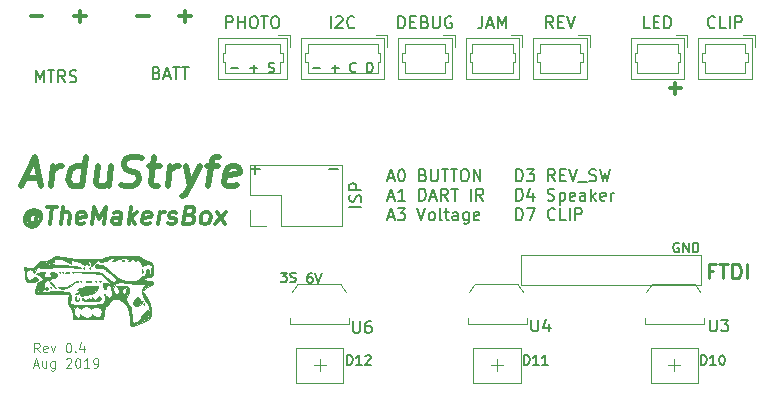
<source format=gto>
G04 #@! TF.FileFunction,Legend,Top*
%FSLAX46Y46*%
G04 Gerber Fmt 4.6, Leading zero omitted, Abs format (unit mm)*
G04 Created by KiCad (PCBNEW 4.0.7) date 08/08/19 19:02:58*
%MOMM*%
%LPD*%
G01*
G04 APERTURE LIST*
%ADD10C,0.100000*%
%ADD11C,0.300000*%
%ADD12C,0.500000*%
%ADD13C,0.250000*%
%ADD14C,0.200000*%
%ADD15C,0.150000*%
%ADD16C,0.120000*%
%ADD17C,0.010000*%
G04 APERTURE END LIST*
D10*
D11*
X173122810Y-89910286D02*
X174075191Y-89910286D01*
X173599001Y-90386476D02*
X173599001Y-89434095D01*
D12*
X118553357Y-97476667D02*
X119743834Y-97476667D01*
X118225976Y-98190952D02*
X119371810Y-95690952D01*
X119892643Y-98190952D01*
X120725976Y-98190952D02*
X120934309Y-96524286D01*
X120874786Y-97000476D02*
X121023595Y-96762381D01*
X121157523Y-96643333D01*
X121410500Y-96524286D01*
X121648595Y-96524286D01*
X123345024Y-98190952D02*
X123657524Y-95690952D01*
X123359905Y-98071905D02*
X123106928Y-98190952D01*
X122630738Y-98190952D01*
X122407524Y-98071905D01*
X122303357Y-97952857D01*
X122214071Y-97714762D01*
X122303357Y-97000476D01*
X122452166Y-96762381D01*
X122586095Y-96643333D01*
X122839071Y-96524286D01*
X123315261Y-96524286D01*
X123538476Y-96643333D01*
X125815262Y-96524286D02*
X125606929Y-98190952D01*
X124743833Y-96524286D02*
X124580143Y-97833810D01*
X124669429Y-98071905D01*
X124892643Y-98190952D01*
X125249786Y-98190952D01*
X125502762Y-98071905D01*
X125636691Y-97952857D01*
X126693238Y-98071905D02*
X127035500Y-98190952D01*
X127630738Y-98190952D01*
X127883715Y-98071905D01*
X128017643Y-97952857D01*
X128166453Y-97714762D01*
X128196215Y-97476667D01*
X128106929Y-97238571D01*
X128002763Y-97119524D01*
X127779548Y-97000476D01*
X127318238Y-96881429D01*
X127095024Y-96762381D01*
X126990857Y-96643333D01*
X126901571Y-96405238D01*
X126931333Y-96167143D01*
X127080143Y-95929048D01*
X127214072Y-95810000D01*
X127467048Y-95690952D01*
X128062286Y-95690952D01*
X128404548Y-95810000D01*
X129029547Y-96524286D02*
X129981928Y-96524286D01*
X129490857Y-95690952D02*
X129223000Y-97833810D01*
X129312286Y-98071905D01*
X129535500Y-98190952D01*
X129773595Y-98190952D01*
X130606928Y-98190952D02*
X130815261Y-96524286D01*
X130755738Y-97000476D02*
X130904547Y-96762381D01*
X131038475Y-96643333D01*
X131291452Y-96524286D01*
X131529547Y-96524286D01*
X132124785Y-96524286D02*
X132511690Y-98190952D01*
X133315261Y-96524286D02*
X132511690Y-98190952D01*
X132199190Y-98786190D01*
X132065261Y-98905238D01*
X131812285Y-99024286D01*
X133910499Y-96524286D02*
X134862880Y-96524286D01*
X134059309Y-98190952D02*
X134327166Y-96048095D01*
X134475976Y-95810000D01*
X134728952Y-95690952D01*
X134967047Y-95690952D01*
X136455142Y-98071905D02*
X136202166Y-98190952D01*
X135725975Y-98190952D01*
X135502761Y-98071905D01*
X135413475Y-97833810D01*
X135532522Y-96881429D01*
X135681332Y-96643333D01*
X135934308Y-96524286D01*
X136410499Y-96524286D01*
X136633713Y-96643333D01*
X136722999Y-96881429D01*
X136693238Y-97119524D01*
X135472999Y-97357619D01*
D13*
X176823762Y-105352714D02*
X176407095Y-105352714D01*
X176407095Y-106007476D02*
X176407095Y-104757476D01*
X177002333Y-104757476D01*
X177299953Y-104757476D02*
X178014238Y-104757476D01*
X177657095Y-106007476D02*
X177657095Y-104757476D01*
X178430905Y-106007476D02*
X178430905Y-104757476D01*
X178728524Y-104757476D01*
X178907096Y-104817000D01*
X179026143Y-104936048D01*
X179085667Y-105055095D01*
X179145191Y-105293190D01*
X179145191Y-105471762D01*
X179085667Y-105709857D01*
X179026143Y-105828905D01*
X178907096Y-105947952D01*
X178728524Y-106007476D01*
X178430905Y-106007476D01*
X179680905Y-106007476D02*
X179680905Y-104757476D01*
D14*
X144262048Y-96750429D02*
X145023953Y-96750429D01*
X142890714Y-88227143D02*
X143500238Y-88227143D01*
X144490714Y-88227143D02*
X145100238Y-88227143D01*
X144795476Y-88531905D02*
X144795476Y-87922381D01*
X146547857Y-88455714D02*
X146509762Y-88493810D01*
X146395476Y-88531905D01*
X146319286Y-88531905D01*
X146205000Y-88493810D01*
X146128809Y-88417619D01*
X146090714Y-88341429D01*
X146052619Y-88189048D01*
X146052619Y-88074762D01*
X146090714Y-87922381D01*
X146128809Y-87846190D01*
X146205000Y-87770000D01*
X146319286Y-87731905D01*
X146395476Y-87731905D01*
X146509762Y-87770000D01*
X146547857Y-87808095D01*
X147500238Y-88531905D02*
X147500238Y-87731905D01*
X147690714Y-87731905D01*
X147805000Y-87770000D01*
X147881191Y-87846190D01*
X147919286Y-87922381D01*
X147957381Y-88074762D01*
X147957381Y-88189048D01*
X147919286Y-88341429D01*
X147881191Y-88417619D01*
X147805000Y-88493810D01*
X147690714Y-88531905D01*
X147500238Y-88531905D01*
X135994524Y-88227143D02*
X136604048Y-88227143D01*
X137594524Y-88227143D02*
X138204048Y-88227143D01*
X137899286Y-88531905D02*
X137899286Y-87922381D01*
X139156429Y-88493810D02*
X139270715Y-88531905D01*
X139461191Y-88531905D01*
X139537381Y-88493810D01*
X139575477Y-88455714D01*
X139613572Y-88379524D01*
X139613572Y-88303333D01*
X139575477Y-88227143D01*
X139537381Y-88189048D01*
X139461191Y-88150952D01*
X139308810Y-88112857D01*
X139232619Y-88074762D01*
X139194524Y-88036667D01*
X139156429Y-87960476D01*
X139156429Y-87884286D01*
X139194524Y-87808095D01*
X139232619Y-87770000D01*
X139308810Y-87731905D01*
X139499286Y-87731905D01*
X139613572Y-87770000D01*
D11*
X128037810Y-83814286D02*
X128990191Y-83814286D01*
X131593810Y-83814286D02*
X132546191Y-83814286D01*
X132070001Y-84290476D02*
X132070001Y-83338095D01*
X119020810Y-83814286D02*
X119973191Y-83814286D01*
X122703810Y-83814286D02*
X123656191Y-83814286D01*
X123180001Y-84290476D02*
X123180001Y-83338095D01*
D15*
X129680953Y-88606571D02*
X129823810Y-88654190D01*
X129871429Y-88701810D01*
X129919048Y-88797048D01*
X129919048Y-88939905D01*
X129871429Y-89035143D01*
X129823810Y-89082762D01*
X129728572Y-89130381D01*
X129347619Y-89130381D01*
X129347619Y-88130381D01*
X129680953Y-88130381D01*
X129776191Y-88178000D01*
X129823810Y-88225619D01*
X129871429Y-88320857D01*
X129871429Y-88416095D01*
X129823810Y-88511333D01*
X129776191Y-88558952D01*
X129680953Y-88606571D01*
X129347619Y-88606571D01*
X130300000Y-88844667D02*
X130776191Y-88844667D01*
X130204762Y-89130381D02*
X130538095Y-88130381D01*
X130871429Y-89130381D01*
X131061905Y-88130381D02*
X131633334Y-88130381D01*
X131347619Y-89130381D02*
X131347619Y-88130381D01*
X131823810Y-88130381D02*
X132395239Y-88130381D01*
X132109524Y-89130381D02*
X132109524Y-88130381D01*
X119457524Y-89384381D02*
X119457524Y-88384381D01*
X119790858Y-89098667D01*
X120124191Y-88384381D01*
X120124191Y-89384381D01*
X120457524Y-88384381D02*
X121028953Y-88384381D01*
X120743238Y-89384381D02*
X120743238Y-88384381D01*
X121933715Y-89384381D02*
X121600381Y-88908190D01*
X121362286Y-89384381D02*
X121362286Y-88384381D01*
X121743239Y-88384381D01*
X121838477Y-88432000D01*
X121886096Y-88479619D01*
X121933715Y-88574857D01*
X121933715Y-88717714D01*
X121886096Y-88812952D01*
X121838477Y-88860571D01*
X121743239Y-88908190D01*
X121362286Y-88908190D01*
X122314667Y-89336762D02*
X122457524Y-89384381D01*
X122695620Y-89384381D01*
X122790858Y-89336762D01*
X122838477Y-89289143D01*
X122886096Y-89193905D01*
X122886096Y-89098667D01*
X122838477Y-89003429D01*
X122790858Y-88955810D01*
X122695620Y-88908190D01*
X122505143Y-88860571D01*
X122409905Y-88812952D01*
X122362286Y-88765333D01*
X122314667Y-88670095D01*
X122314667Y-88574857D01*
X122362286Y-88479619D01*
X122409905Y-88432000D01*
X122505143Y-88384381D01*
X122743239Y-88384381D01*
X122886096Y-88432000D01*
X173878477Y-103010000D02*
X173802286Y-102971905D01*
X173688001Y-102971905D01*
X173573715Y-103010000D01*
X173497524Y-103086190D01*
X173459429Y-103162381D01*
X173421334Y-103314762D01*
X173421334Y-103429048D01*
X173459429Y-103581429D01*
X173497524Y-103657619D01*
X173573715Y-103733810D01*
X173688001Y-103771905D01*
X173764191Y-103771905D01*
X173878477Y-103733810D01*
X173916572Y-103695714D01*
X173916572Y-103429048D01*
X173764191Y-103429048D01*
X174259429Y-103771905D02*
X174259429Y-102971905D01*
X174716572Y-103771905D01*
X174716572Y-102971905D01*
X175097524Y-103771905D02*
X175097524Y-102971905D01*
X175288000Y-102971905D01*
X175402286Y-103010000D01*
X175478477Y-103086190D01*
X175516572Y-103162381D01*
X175554667Y-103314762D01*
X175554667Y-103429048D01*
X175516572Y-103581429D01*
X175478477Y-103657619D01*
X175402286Y-103733810D01*
X175288000Y-103771905D01*
X175097524Y-103771905D01*
D14*
X137658048Y-96750429D02*
X138419953Y-96750429D01*
X138039001Y-97131381D02*
X138039001Y-96369476D01*
D15*
X160121095Y-97767381D02*
X160121095Y-96767381D01*
X160359190Y-96767381D01*
X160502048Y-96815000D01*
X160597286Y-96910238D01*
X160644905Y-97005476D01*
X160692524Y-97195952D01*
X160692524Y-97338810D01*
X160644905Y-97529286D01*
X160597286Y-97624524D01*
X160502048Y-97719762D01*
X160359190Y-97767381D01*
X160121095Y-97767381D01*
X161025857Y-96767381D02*
X161644905Y-96767381D01*
X161311571Y-97148333D01*
X161454429Y-97148333D01*
X161549667Y-97195952D01*
X161597286Y-97243571D01*
X161644905Y-97338810D01*
X161644905Y-97576905D01*
X161597286Y-97672143D01*
X161549667Y-97719762D01*
X161454429Y-97767381D01*
X161168714Y-97767381D01*
X161073476Y-97719762D01*
X161025857Y-97672143D01*
X163406810Y-97767381D02*
X163073476Y-97291190D01*
X162835381Y-97767381D02*
X162835381Y-96767381D01*
X163216334Y-96767381D01*
X163311572Y-96815000D01*
X163359191Y-96862619D01*
X163406810Y-96957857D01*
X163406810Y-97100714D01*
X163359191Y-97195952D01*
X163311572Y-97243571D01*
X163216334Y-97291190D01*
X162835381Y-97291190D01*
X163835381Y-97243571D02*
X164168715Y-97243571D01*
X164311572Y-97767381D02*
X163835381Y-97767381D01*
X163835381Y-96767381D01*
X164311572Y-96767381D01*
X164597286Y-96767381D02*
X164930619Y-97767381D01*
X165263953Y-96767381D01*
X165359191Y-97862619D02*
X166121096Y-97862619D01*
X166311572Y-97719762D02*
X166454429Y-97767381D01*
X166692525Y-97767381D01*
X166787763Y-97719762D01*
X166835382Y-97672143D01*
X166883001Y-97576905D01*
X166883001Y-97481667D01*
X166835382Y-97386429D01*
X166787763Y-97338810D01*
X166692525Y-97291190D01*
X166502048Y-97243571D01*
X166406810Y-97195952D01*
X166359191Y-97148333D01*
X166311572Y-97053095D01*
X166311572Y-96957857D01*
X166359191Y-96862619D01*
X166406810Y-96815000D01*
X166502048Y-96767381D01*
X166740144Y-96767381D01*
X166883001Y-96815000D01*
X167216334Y-96767381D02*
X167454429Y-97767381D01*
X167644906Y-97053095D01*
X167835382Y-97767381D01*
X168073477Y-96767381D01*
X160121095Y-99417381D02*
X160121095Y-98417381D01*
X160359190Y-98417381D01*
X160502048Y-98465000D01*
X160597286Y-98560238D01*
X160644905Y-98655476D01*
X160692524Y-98845952D01*
X160692524Y-98988810D01*
X160644905Y-99179286D01*
X160597286Y-99274524D01*
X160502048Y-99369762D01*
X160359190Y-99417381D01*
X160121095Y-99417381D01*
X161549667Y-98750714D02*
X161549667Y-99417381D01*
X161311571Y-98369762D02*
X161073476Y-99084048D01*
X161692524Y-99084048D01*
X162787762Y-99369762D02*
X162930619Y-99417381D01*
X163168715Y-99417381D01*
X163263953Y-99369762D01*
X163311572Y-99322143D01*
X163359191Y-99226905D01*
X163359191Y-99131667D01*
X163311572Y-99036429D01*
X163263953Y-98988810D01*
X163168715Y-98941190D01*
X162978238Y-98893571D01*
X162883000Y-98845952D01*
X162835381Y-98798333D01*
X162787762Y-98703095D01*
X162787762Y-98607857D01*
X162835381Y-98512619D01*
X162883000Y-98465000D01*
X162978238Y-98417381D01*
X163216334Y-98417381D01*
X163359191Y-98465000D01*
X163787762Y-98750714D02*
X163787762Y-99750714D01*
X163787762Y-98798333D02*
X163883000Y-98750714D01*
X164073477Y-98750714D01*
X164168715Y-98798333D01*
X164216334Y-98845952D01*
X164263953Y-98941190D01*
X164263953Y-99226905D01*
X164216334Y-99322143D01*
X164168715Y-99369762D01*
X164073477Y-99417381D01*
X163883000Y-99417381D01*
X163787762Y-99369762D01*
X165073477Y-99369762D02*
X164978239Y-99417381D01*
X164787762Y-99417381D01*
X164692524Y-99369762D01*
X164644905Y-99274524D01*
X164644905Y-98893571D01*
X164692524Y-98798333D01*
X164787762Y-98750714D01*
X164978239Y-98750714D01*
X165073477Y-98798333D01*
X165121096Y-98893571D01*
X165121096Y-98988810D01*
X164644905Y-99084048D01*
X165978239Y-99417381D02*
X165978239Y-98893571D01*
X165930620Y-98798333D01*
X165835382Y-98750714D01*
X165644905Y-98750714D01*
X165549667Y-98798333D01*
X165978239Y-99369762D02*
X165883001Y-99417381D01*
X165644905Y-99417381D01*
X165549667Y-99369762D01*
X165502048Y-99274524D01*
X165502048Y-99179286D01*
X165549667Y-99084048D01*
X165644905Y-99036429D01*
X165883001Y-99036429D01*
X165978239Y-98988810D01*
X166454429Y-99417381D02*
X166454429Y-98417381D01*
X166549667Y-99036429D02*
X166835382Y-99417381D01*
X166835382Y-98750714D02*
X166454429Y-99131667D01*
X167644906Y-99369762D02*
X167549668Y-99417381D01*
X167359191Y-99417381D01*
X167263953Y-99369762D01*
X167216334Y-99274524D01*
X167216334Y-98893571D01*
X167263953Y-98798333D01*
X167359191Y-98750714D01*
X167549668Y-98750714D01*
X167644906Y-98798333D01*
X167692525Y-98893571D01*
X167692525Y-98988810D01*
X167216334Y-99084048D01*
X168121096Y-99417381D02*
X168121096Y-98750714D01*
X168121096Y-98941190D02*
X168168715Y-98845952D01*
X168216334Y-98798333D01*
X168311572Y-98750714D01*
X168406811Y-98750714D01*
X160121095Y-101067381D02*
X160121095Y-100067381D01*
X160359190Y-100067381D01*
X160502048Y-100115000D01*
X160597286Y-100210238D01*
X160644905Y-100305476D01*
X160692524Y-100495952D01*
X160692524Y-100638810D01*
X160644905Y-100829286D01*
X160597286Y-100924524D01*
X160502048Y-101019762D01*
X160359190Y-101067381D01*
X160121095Y-101067381D01*
X161025857Y-100067381D02*
X161692524Y-100067381D01*
X161263952Y-101067381D01*
X163406810Y-100972143D02*
X163359191Y-101019762D01*
X163216334Y-101067381D01*
X163121096Y-101067381D01*
X162978238Y-101019762D01*
X162883000Y-100924524D01*
X162835381Y-100829286D01*
X162787762Y-100638810D01*
X162787762Y-100495952D01*
X162835381Y-100305476D01*
X162883000Y-100210238D01*
X162978238Y-100115000D01*
X163121096Y-100067381D01*
X163216334Y-100067381D01*
X163359191Y-100115000D01*
X163406810Y-100162619D01*
X164311572Y-101067381D02*
X163835381Y-101067381D01*
X163835381Y-100067381D01*
X164644905Y-101067381D02*
X164644905Y-100067381D01*
X165121095Y-101067381D02*
X165121095Y-100067381D01*
X165502048Y-100067381D01*
X165597286Y-100115000D01*
X165644905Y-100162619D01*
X165692524Y-100257857D01*
X165692524Y-100400714D01*
X165644905Y-100495952D01*
X165597286Y-100543571D01*
X165502048Y-100591190D01*
X165121095Y-100591190D01*
X149278476Y-97481667D02*
X149754667Y-97481667D01*
X149183238Y-97767381D02*
X149516571Y-96767381D01*
X149849905Y-97767381D01*
X150373714Y-96767381D02*
X150468953Y-96767381D01*
X150564191Y-96815000D01*
X150611810Y-96862619D01*
X150659429Y-96957857D01*
X150707048Y-97148333D01*
X150707048Y-97386429D01*
X150659429Y-97576905D01*
X150611810Y-97672143D01*
X150564191Y-97719762D01*
X150468953Y-97767381D01*
X150373714Y-97767381D01*
X150278476Y-97719762D01*
X150230857Y-97672143D01*
X150183238Y-97576905D01*
X150135619Y-97386429D01*
X150135619Y-97148333D01*
X150183238Y-96957857D01*
X150230857Y-96862619D01*
X150278476Y-96815000D01*
X150373714Y-96767381D01*
X152230858Y-97243571D02*
X152373715Y-97291190D01*
X152421334Y-97338810D01*
X152468953Y-97434048D01*
X152468953Y-97576905D01*
X152421334Y-97672143D01*
X152373715Y-97719762D01*
X152278477Y-97767381D01*
X151897524Y-97767381D01*
X151897524Y-96767381D01*
X152230858Y-96767381D01*
X152326096Y-96815000D01*
X152373715Y-96862619D01*
X152421334Y-96957857D01*
X152421334Y-97053095D01*
X152373715Y-97148333D01*
X152326096Y-97195952D01*
X152230858Y-97243571D01*
X151897524Y-97243571D01*
X152897524Y-96767381D02*
X152897524Y-97576905D01*
X152945143Y-97672143D01*
X152992762Y-97719762D01*
X153088000Y-97767381D01*
X153278477Y-97767381D01*
X153373715Y-97719762D01*
X153421334Y-97672143D01*
X153468953Y-97576905D01*
X153468953Y-96767381D01*
X153802286Y-96767381D02*
X154373715Y-96767381D01*
X154088000Y-97767381D02*
X154088000Y-96767381D01*
X154564191Y-96767381D02*
X155135620Y-96767381D01*
X154849905Y-97767381D02*
X154849905Y-96767381D01*
X155659429Y-96767381D02*
X155849906Y-96767381D01*
X155945144Y-96815000D01*
X156040382Y-96910238D01*
X156088001Y-97100714D01*
X156088001Y-97434048D01*
X156040382Y-97624524D01*
X155945144Y-97719762D01*
X155849906Y-97767381D01*
X155659429Y-97767381D01*
X155564191Y-97719762D01*
X155468953Y-97624524D01*
X155421334Y-97434048D01*
X155421334Y-97100714D01*
X155468953Y-96910238D01*
X155564191Y-96815000D01*
X155659429Y-96767381D01*
X156516572Y-97767381D02*
X156516572Y-96767381D01*
X157088001Y-97767381D01*
X157088001Y-96767381D01*
X149278476Y-99131667D02*
X149754667Y-99131667D01*
X149183238Y-99417381D02*
X149516571Y-98417381D01*
X149849905Y-99417381D01*
X150707048Y-99417381D02*
X150135619Y-99417381D01*
X150421333Y-99417381D02*
X150421333Y-98417381D01*
X150326095Y-98560238D01*
X150230857Y-98655476D01*
X150135619Y-98703095D01*
X151897524Y-99417381D02*
X151897524Y-98417381D01*
X152135619Y-98417381D01*
X152278477Y-98465000D01*
X152373715Y-98560238D01*
X152421334Y-98655476D01*
X152468953Y-98845952D01*
X152468953Y-98988810D01*
X152421334Y-99179286D01*
X152373715Y-99274524D01*
X152278477Y-99369762D01*
X152135619Y-99417381D01*
X151897524Y-99417381D01*
X152849905Y-99131667D02*
X153326096Y-99131667D01*
X152754667Y-99417381D02*
X153088000Y-98417381D01*
X153421334Y-99417381D01*
X154326096Y-99417381D02*
X153992762Y-98941190D01*
X153754667Y-99417381D02*
X153754667Y-98417381D01*
X154135620Y-98417381D01*
X154230858Y-98465000D01*
X154278477Y-98512619D01*
X154326096Y-98607857D01*
X154326096Y-98750714D01*
X154278477Y-98845952D01*
X154230858Y-98893571D01*
X154135620Y-98941190D01*
X153754667Y-98941190D01*
X154611810Y-98417381D02*
X155183239Y-98417381D01*
X154897524Y-99417381D02*
X154897524Y-98417381D01*
X156278477Y-99417381D02*
X156278477Y-98417381D01*
X157326096Y-99417381D02*
X156992762Y-98941190D01*
X156754667Y-99417381D02*
X156754667Y-98417381D01*
X157135620Y-98417381D01*
X157230858Y-98465000D01*
X157278477Y-98512619D01*
X157326096Y-98607857D01*
X157326096Y-98750714D01*
X157278477Y-98845952D01*
X157230858Y-98893571D01*
X157135620Y-98941190D01*
X156754667Y-98941190D01*
X149278476Y-100781667D02*
X149754667Y-100781667D01*
X149183238Y-101067381D02*
X149516571Y-100067381D01*
X149849905Y-101067381D01*
X150088000Y-100067381D02*
X150707048Y-100067381D01*
X150373714Y-100448333D01*
X150516572Y-100448333D01*
X150611810Y-100495952D01*
X150659429Y-100543571D01*
X150707048Y-100638810D01*
X150707048Y-100876905D01*
X150659429Y-100972143D01*
X150611810Y-101019762D01*
X150516572Y-101067381D01*
X150230857Y-101067381D01*
X150135619Y-101019762D01*
X150088000Y-100972143D01*
X151754667Y-100067381D02*
X152088000Y-101067381D01*
X152421334Y-100067381D01*
X152897524Y-101067381D02*
X152802286Y-101019762D01*
X152754667Y-100972143D01*
X152707048Y-100876905D01*
X152707048Y-100591190D01*
X152754667Y-100495952D01*
X152802286Y-100448333D01*
X152897524Y-100400714D01*
X153040382Y-100400714D01*
X153135620Y-100448333D01*
X153183239Y-100495952D01*
X153230858Y-100591190D01*
X153230858Y-100876905D01*
X153183239Y-100972143D01*
X153135620Y-101019762D01*
X153040382Y-101067381D01*
X152897524Y-101067381D01*
X153802286Y-101067381D02*
X153707048Y-101019762D01*
X153659429Y-100924524D01*
X153659429Y-100067381D01*
X154040382Y-100400714D02*
X154421334Y-100400714D01*
X154183239Y-100067381D02*
X154183239Y-100924524D01*
X154230858Y-101019762D01*
X154326096Y-101067381D01*
X154421334Y-101067381D01*
X155183240Y-101067381D02*
X155183240Y-100543571D01*
X155135621Y-100448333D01*
X155040383Y-100400714D01*
X154849906Y-100400714D01*
X154754668Y-100448333D01*
X155183240Y-101019762D02*
X155088002Y-101067381D01*
X154849906Y-101067381D01*
X154754668Y-101019762D01*
X154707049Y-100924524D01*
X154707049Y-100829286D01*
X154754668Y-100734048D01*
X154849906Y-100686429D01*
X155088002Y-100686429D01*
X155183240Y-100638810D01*
X156088002Y-100400714D02*
X156088002Y-101210238D01*
X156040383Y-101305476D01*
X155992764Y-101353095D01*
X155897525Y-101400714D01*
X155754668Y-101400714D01*
X155659430Y-101353095D01*
X156088002Y-101019762D02*
X155992764Y-101067381D01*
X155802287Y-101067381D01*
X155707049Y-101019762D01*
X155659430Y-100972143D01*
X155611811Y-100876905D01*
X155611811Y-100591190D01*
X155659430Y-100495952D01*
X155707049Y-100448333D01*
X155802287Y-100400714D01*
X155992764Y-100400714D01*
X156088002Y-100448333D01*
X156945145Y-101019762D02*
X156849907Y-101067381D01*
X156659430Y-101067381D01*
X156564192Y-101019762D01*
X156516573Y-100924524D01*
X156516573Y-100543571D01*
X156564192Y-100448333D01*
X156659430Y-100400714D01*
X156849907Y-100400714D01*
X156945145Y-100448333D01*
X156992764Y-100543571D01*
X156992764Y-100638810D01*
X156516573Y-100734048D01*
X145830571Y-113296905D02*
X145830571Y-112496905D01*
X146021047Y-112496905D01*
X146135333Y-112535000D01*
X146211524Y-112611190D01*
X146249619Y-112687381D01*
X146287714Y-112839762D01*
X146287714Y-112954048D01*
X146249619Y-113106429D01*
X146211524Y-113182619D01*
X146135333Y-113258810D01*
X146021047Y-113296905D01*
X145830571Y-113296905D01*
X147049619Y-113296905D02*
X146592476Y-113296905D01*
X146821047Y-113296905D02*
X146821047Y-112496905D01*
X146744857Y-112611190D01*
X146668666Y-112687381D01*
X146592476Y-112725476D01*
X147354381Y-112573095D02*
X147392476Y-112535000D01*
X147468667Y-112496905D01*
X147659143Y-112496905D01*
X147735333Y-112535000D01*
X147773429Y-112573095D01*
X147811524Y-112649286D01*
X147811524Y-112725476D01*
X147773429Y-112839762D01*
X147316286Y-113296905D01*
X147811524Y-113296905D01*
X160816571Y-113296905D02*
X160816571Y-112496905D01*
X161007047Y-112496905D01*
X161121333Y-112535000D01*
X161197524Y-112611190D01*
X161235619Y-112687381D01*
X161273714Y-112839762D01*
X161273714Y-112954048D01*
X161235619Y-113106429D01*
X161197524Y-113182619D01*
X161121333Y-113258810D01*
X161007047Y-113296905D01*
X160816571Y-113296905D01*
X162035619Y-113296905D02*
X161578476Y-113296905D01*
X161807047Y-113296905D02*
X161807047Y-112496905D01*
X161730857Y-112611190D01*
X161654666Y-112687381D01*
X161578476Y-112725476D01*
X162797524Y-113296905D02*
X162340381Y-113296905D01*
X162568952Y-113296905D02*
X162568952Y-112496905D01*
X162492762Y-112611190D01*
X162416571Y-112687381D01*
X162340381Y-112725476D01*
X175802571Y-113296905D02*
X175802571Y-112496905D01*
X175993047Y-112496905D01*
X176107333Y-112535000D01*
X176183524Y-112611190D01*
X176221619Y-112687381D01*
X176259714Y-112839762D01*
X176259714Y-112954048D01*
X176221619Y-113106429D01*
X176183524Y-113182619D01*
X176107333Y-113258810D01*
X175993047Y-113296905D01*
X175802571Y-113296905D01*
X177021619Y-113296905D02*
X176564476Y-113296905D01*
X176793047Y-113296905D02*
X176793047Y-112496905D01*
X176716857Y-112611190D01*
X176640666Y-112687381D01*
X176564476Y-112725476D01*
X177516857Y-112496905D02*
X177593048Y-112496905D01*
X177669238Y-112535000D01*
X177707333Y-112573095D01*
X177745429Y-112649286D01*
X177783524Y-112801667D01*
X177783524Y-112992143D01*
X177745429Y-113144524D01*
X177707333Y-113220714D01*
X177669238Y-113258810D01*
X177593048Y-113296905D01*
X177516857Y-113296905D01*
X177440667Y-113258810D01*
X177402571Y-113220714D01*
X177364476Y-113144524D01*
X177326381Y-112992143D01*
X177326381Y-112801667D01*
X177364476Y-112649286D01*
X177402571Y-112573095D01*
X177440667Y-112535000D01*
X177516857Y-112496905D01*
D11*
X119530178Y-100707286D02*
X119467679Y-100635857D01*
X119333750Y-100564429D01*
X119190892Y-100564429D01*
X119039107Y-100635857D01*
X118958750Y-100707286D01*
X118869464Y-100850143D01*
X118851607Y-100993000D01*
X118905179Y-101135857D01*
X118967678Y-101207286D01*
X119101607Y-101278714D01*
X119244465Y-101278714D01*
X119396250Y-101207286D01*
X119476607Y-101135857D01*
X119548035Y-100564429D02*
X119476607Y-101135857D01*
X119539107Y-101207286D01*
X119610535Y-101207286D01*
X119762322Y-101135857D01*
X119851607Y-100993000D01*
X119896250Y-100635857D01*
X119780179Y-100421571D01*
X119583750Y-100278714D01*
X119306964Y-100207286D01*
X119012322Y-100278714D01*
X118780179Y-100421571D01*
X118610536Y-100635857D01*
X118503393Y-100921571D01*
X118539107Y-101207286D01*
X118655179Y-101421571D01*
X118851607Y-101564429D01*
X119128393Y-101635857D01*
X119423035Y-101564429D01*
X119655179Y-101421571D01*
X120414107Y-99921571D02*
X121271250Y-99921571D01*
X120655179Y-101421571D02*
X120842679Y-99921571D01*
X121583750Y-101421571D02*
X121771250Y-99921571D01*
X122226607Y-101421571D02*
X122324821Y-100635857D01*
X122271249Y-100493000D01*
X122137321Y-100421571D01*
X121923036Y-100421571D01*
X121771249Y-100493000D01*
X121690892Y-100564429D01*
X123521249Y-101350143D02*
X123369464Y-101421571D01*
X123083750Y-101421571D01*
X122949821Y-101350143D01*
X122896249Y-101207286D01*
X122967678Y-100635857D01*
X123056964Y-100493000D01*
X123208750Y-100421571D01*
X123494464Y-100421571D01*
X123628392Y-100493000D01*
X123681964Y-100635857D01*
X123664107Y-100778714D01*
X122931964Y-100921571D01*
X124226607Y-101421571D02*
X124414107Y-99921571D01*
X124780178Y-100993000D01*
X125414107Y-99921571D01*
X125226607Y-101421571D01*
X126583750Y-101421571D02*
X126681964Y-100635857D01*
X126628392Y-100493000D01*
X126494464Y-100421571D01*
X126208750Y-100421571D01*
X126056964Y-100493000D01*
X126592678Y-101350143D02*
X126440893Y-101421571D01*
X126083750Y-101421571D01*
X125949821Y-101350143D01*
X125896249Y-101207286D01*
X125914106Y-101064429D01*
X126003393Y-100921571D01*
X126155178Y-100850143D01*
X126512321Y-100850143D01*
X126664107Y-100778714D01*
X127298036Y-101421571D02*
X127485536Y-99921571D01*
X127512321Y-100850143D02*
X127869464Y-101421571D01*
X127994464Y-100421571D02*
X127351607Y-100993000D01*
X129092678Y-101350143D02*
X128940893Y-101421571D01*
X128655179Y-101421571D01*
X128521250Y-101350143D01*
X128467678Y-101207286D01*
X128539107Y-100635857D01*
X128628393Y-100493000D01*
X128780179Y-100421571D01*
X129065893Y-100421571D01*
X129199821Y-100493000D01*
X129253393Y-100635857D01*
X129235536Y-100778714D01*
X128503393Y-100921571D01*
X129798036Y-101421571D02*
X129923036Y-100421571D01*
X129887321Y-100707286D02*
X129976606Y-100564429D01*
X130056964Y-100493000D01*
X130208750Y-100421571D01*
X130351607Y-100421571D01*
X130664106Y-101350143D02*
X130798035Y-101421571D01*
X131083750Y-101421571D01*
X131235535Y-101350143D01*
X131324820Y-101207286D01*
X131333749Y-101135857D01*
X131280178Y-100993000D01*
X131146250Y-100921571D01*
X130931964Y-100921571D01*
X130798035Y-100850143D01*
X130744463Y-100707286D01*
X130753392Y-100635857D01*
X130842678Y-100493000D01*
X130994464Y-100421571D01*
X131208750Y-100421571D01*
X131342678Y-100493000D01*
X132539107Y-100635857D02*
X132744464Y-100707286D01*
X132806964Y-100778714D01*
X132860536Y-100921571D01*
X132833750Y-101135857D01*
X132744464Y-101278714D01*
X132664107Y-101350143D01*
X132512321Y-101421571D01*
X131940893Y-101421571D01*
X132128393Y-99921571D01*
X132628393Y-99921571D01*
X132762321Y-99993000D01*
X132824821Y-100064429D01*
X132878392Y-100207286D01*
X132860535Y-100350143D01*
X132771250Y-100493000D01*
X132690892Y-100564429D01*
X132539107Y-100635857D01*
X132039107Y-100635857D01*
X133655179Y-101421571D02*
X133521249Y-101350143D01*
X133458750Y-101278714D01*
X133405178Y-101135857D01*
X133458749Y-100707286D01*
X133548035Y-100564429D01*
X133628392Y-100493000D01*
X133780179Y-100421571D01*
X133994464Y-100421571D01*
X134128392Y-100493000D01*
X134190892Y-100564429D01*
X134244464Y-100707286D01*
X134190893Y-101135857D01*
X134101607Y-101278714D01*
X134021249Y-101350143D01*
X133869464Y-101421571D01*
X133655179Y-101421571D01*
X134655179Y-101421571D02*
X135565893Y-100421571D01*
X134780179Y-100421571D02*
X135440893Y-101421571D01*
D10*
X119763619Y-112265905D02*
X119496952Y-111884952D01*
X119306476Y-112265905D02*
X119306476Y-111465905D01*
X119611238Y-111465905D01*
X119687429Y-111504000D01*
X119725524Y-111542095D01*
X119763619Y-111618286D01*
X119763619Y-111732571D01*
X119725524Y-111808762D01*
X119687429Y-111846857D01*
X119611238Y-111884952D01*
X119306476Y-111884952D01*
X120411238Y-112227810D02*
X120335048Y-112265905D01*
X120182667Y-112265905D01*
X120106476Y-112227810D01*
X120068381Y-112151619D01*
X120068381Y-111846857D01*
X120106476Y-111770667D01*
X120182667Y-111732571D01*
X120335048Y-111732571D01*
X120411238Y-111770667D01*
X120449333Y-111846857D01*
X120449333Y-111923048D01*
X120068381Y-111999238D01*
X120716000Y-111732571D02*
X120906476Y-112265905D01*
X121096952Y-111732571D01*
X122163619Y-111465905D02*
X122239810Y-111465905D01*
X122316000Y-111504000D01*
X122354095Y-111542095D01*
X122392191Y-111618286D01*
X122430286Y-111770667D01*
X122430286Y-111961143D01*
X122392191Y-112113524D01*
X122354095Y-112189714D01*
X122316000Y-112227810D01*
X122239810Y-112265905D01*
X122163619Y-112265905D01*
X122087429Y-112227810D01*
X122049333Y-112189714D01*
X122011238Y-112113524D01*
X121973143Y-111961143D01*
X121973143Y-111770667D01*
X122011238Y-111618286D01*
X122049333Y-111542095D01*
X122087429Y-111504000D01*
X122163619Y-111465905D01*
X122773143Y-112189714D02*
X122811238Y-112227810D01*
X122773143Y-112265905D01*
X122735048Y-112227810D01*
X122773143Y-112189714D01*
X122773143Y-112265905D01*
X123496952Y-111732571D02*
X123496952Y-112265905D01*
X123306476Y-111427810D02*
X123116000Y-111999238D01*
X123611238Y-111999238D01*
X119268381Y-113337333D02*
X119649333Y-113337333D01*
X119192190Y-113565905D02*
X119458857Y-112765905D01*
X119725524Y-113565905D01*
X120335047Y-113032571D02*
X120335047Y-113565905D01*
X119992190Y-113032571D02*
X119992190Y-113451619D01*
X120030285Y-113527810D01*
X120106476Y-113565905D01*
X120220762Y-113565905D01*
X120296952Y-113527810D01*
X120335047Y-113489714D01*
X121058857Y-113032571D02*
X121058857Y-113680190D01*
X121020762Y-113756381D01*
X120982667Y-113794476D01*
X120906476Y-113832571D01*
X120792191Y-113832571D01*
X120716000Y-113794476D01*
X121058857Y-113527810D02*
X120982667Y-113565905D01*
X120830286Y-113565905D01*
X120754095Y-113527810D01*
X120716000Y-113489714D01*
X120677905Y-113413524D01*
X120677905Y-113184952D01*
X120716000Y-113108762D01*
X120754095Y-113070667D01*
X120830286Y-113032571D01*
X120982667Y-113032571D01*
X121058857Y-113070667D01*
X122011239Y-112842095D02*
X122049334Y-112804000D01*
X122125525Y-112765905D01*
X122316001Y-112765905D01*
X122392191Y-112804000D01*
X122430287Y-112842095D01*
X122468382Y-112918286D01*
X122468382Y-112994476D01*
X122430287Y-113108762D01*
X121973144Y-113565905D01*
X122468382Y-113565905D01*
X122963620Y-112765905D02*
X123039811Y-112765905D01*
X123116001Y-112804000D01*
X123154096Y-112842095D01*
X123192192Y-112918286D01*
X123230287Y-113070667D01*
X123230287Y-113261143D01*
X123192192Y-113413524D01*
X123154096Y-113489714D01*
X123116001Y-113527810D01*
X123039811Y-113565905D01*
X122963620Y-113565905D01*
X122887430Y-113527810D01*
X122849334Y-113489714D01*
X122811239Y-113413524D01*
X122773144Y-113261143D01*
X122773144Y-113070667D01*
X122811239Y-112918286D01*
X122849334Y-112842095D01*
X122887430Y-112804000D01*
X122963620Y-112765905D01*
X123992192Y-113565905D02*
X123535049Y-113565905D01*
X123763620Y-113565905D02*
X123763620Y-112765905D01*
X123687430Y-112880190D01*
X123611239Y-112956381D01*
X123535049Y-112994476D01*
X124373144Y-113565905D02*
X124525525Y-113565905D01*
X124601716Y-113527810D01*
X124639811Y-113489714D01*
X124716002Y-113375429D01*
X124754097Y-113223048D01*
X124754097Y-112918286D01*
X124716002Y-112842095D01*
X124677906Y-112804000D01*
X124601716Y-112765905D01*
X124449335Y-112765905D01*
X124373144Y-112804000D01*
X124335049Y-112842095D01*
X124296954Y-112918286D01*
X124296954Y-113108762D01*
X124335049Y-113184952D01*
X124373144Y-113223048D01*
X124449335Y-113261143D01*
X124601716Y-113261143D01*
X124677906Y-113223048D01*
X124716002Y-113184952D01*
X124754097Y-113108762D01*
D16*
X160538000Y-104065000D02*
X160538000Y-106565000D01*
X160538000Y-106565000D02*
X175788000Y-106565000D01*
X175788000Y-106565000D02*
X175788000Y-104065000D01*
X175788000Y-104065000D02*
X160538000Y-104065000D01*
D10*
X175498000Y-114865000D02*
X171498000Y-114865000D01*
X171498000Y-114865000D02*
X171498000Y-111865000D01*
X171498000Y-111865000D02*
X175498000Y-111865000D01*
X175498000Y-111865000D02*
X175498000Y-114865000D01*
X173498000Y-113865000D02*
X173498000Y-112865000D01*
X173998000Y-113365000D02*
X172998000Y-113365000D01*
X175998000Y-109365000D02*
X175998000Y-109865000D01*
X175998000Y-109865000D02*
X170998000Y-109865000D01*
X170998000Y-109865000D02*
X170998000Y-109365000D01*
D16*
X175258000Y-106515000D02*
X171658000Y-106515000D01*
X175782184Y-107242205D02*
G75*
G03X175258000Y-106515000I-2324184J-1122795D01*
G01*
X171133816Y-107242205D02*
G75*
G02X171658000Y-106515000I2324184J-1122795D01*
G01*
D10*
X160498000Y-114865000D02*
X156498000Y-114865000D01*
X156498000Y-114865000D02*
X156498000Y-111865000D01*
X156498000Y-111865000D02*
X160498000Y-111865000D01*
X160498000Y-111865000D02*
X160498000Y-114865000D01*
X158498000Y-113865000D02*
X158498000Y-112865000D01*
X158998000Y-113365000D02*
X157998000Y-113365000D01*
X160998000Y-109365000D02*
X160998000Y-109865000D01*
X160998000Y-109865000D02*
X155998000Y-109865000D01*
X155998000Y-109865000D02*
X155998000Y-109365000D01*
D16*
X160258000Y-106515000D02*
X156658000Y-106515000D01*
X160782184Y-107242205D02*
G75*
G03X160258000Y-106515000I-2324184J-1122795D01*
G01*
X156133816Y-107242205D02*
G75*
G02X156658000Y-106515000I2324184J-1122795D01*
G01*
D10*
X145498000Y-114865000D02*
X141498000Y-114865000D01*
X141498000Y-114865000D02*
X141498000Y-111865000D01*
X141498000Y-111865000D02*
X145498000Y-111865000D01*
X145498000Y-111865000D02*
X145498000Y-114865000D01*
X143498000Y-113865000D02*
X143498000Y-112865000D01*
X143998000Y-113365000D02*
X142998000Y-113365000D01*
X145998000Y-109365000D02*
X145998000Y-109865000D01*
X145998000Y-109865000D02*
X140998000Y-109865000D01*
X140998000Y-109865000D02*
X140998000Y-109365000D01*
D16*
X145258000Y-106515000D02*
X141658000Y-106515000D01*
X145782184Y-107242205D02*
G75*
G03X145258000Y-106515000I-2324184J-1122795D01*
G01*
X141133816Y-107242205D02*
G75*
G02X141658000Y-106515000I2324184J-1122795D01*
G01*
X145338000Y-101565000D02*
X145338000Y-96365000D01*
X140198000Y-101565000D02*
X145338000Y-101565000D01*
X137598000Y-96365000D02*
X145338000Y-96365000D01*
X140198000Y-101565000D02*
X140198000Y-98965000D01*
X140198000Y-98965000D02*
X137598000Y-98965000D01*
X137598000Y-98965000D02*
X137598000Y-96365000D01*
X138928000Y-101565000D02*
X137598000Y-101565000D01*
X137598000Y-101565000D02*
X137598000Y-100235000D01*
X160390000Y-89125000D02*
X160390000Y-85625000D01*
X160390000Y-85625000D02*
X155840000Y-85625000D01*
X155840000Y-85625000D02*
X155840000Y-89125000D01*
X155840000Y-89125000D02*
X160390000Y-89125000D01*
X158115000Y-86175000D02*
X159840000Y-86175000D01*
X159840000Y-86175000D02*
X159840000Y-86900000D01*
X159840000Y-86900000D02*
X160040000Y-86900000D01*
X160040000Y-86900000D02*
X160040000Y-87700000D01*
X160040000Y-87700000D02*
X159840000Y-87700000D01*
X159840000Y-87700000D02*
X159840000Y-88575000D01*
X159840000Y-88575000D02*
X158115000Y-88575000D01*
X158115000Y-86175000D02*
X156390000Y-86175000D01*
X156390000Y-86175000D02*
X156390000Y-86900000D01*
X156390000Y-86900000D02*
X156190000Y-86900000D01*
X156190000Y-86900000D02*
X156190000Y-87700000D01*
X156190000Y-87700000D02*
X156390000Y-87700000D01*
X156390000Y-87700000D02*
X156390000Y-88575000D01*
X156390000Y-88575000D02*
X158115000Y-88575000D01*
X160640000Y-85375000D02*
X160640000Y-86375000D01*
X160640000Y-85375000D02*
X159640000Y-85375000D01*
X148960000Y-89125000D02*
X148960000Y-85625000D01*
X148960000Y-85625000D02*
X141910000Y-85625000D01*
X141910000Y-85625000D02*
X141910000Y-89125000D01*
X141910000Y-89125000D02*
X148960000Y-89125000D01*
X145435000Y-86175000D02*
X148410000Y-86175000D01*
X148410000Y-86175000D02*
X148410000Y-86900000D01*
X148410000Y-86900000D02*
X148610000Y-86900000D01*
X148610000Y-86900000D02*
X148610000Y-87700000D01*
X148610000Y-87700000D02*
X148410000Y-87700000D01*
X148410000Y-87700000D02*
X148410000Y-88575000D01*
X148410000Y-88575000D02*
X145435000Y-88575000D01*
X145435000Y-86175000D02*
X142460000Y-86175000D01*
X142460000Y-86175000D02*
X142460000Y-86900000D01*
X142460000Y-86900000D02*
X142260000Y-86900000D01*
X142260000Y-86900000D02*
X142260000Y-87700000D01*
X142260000Y-87700000D02*
X142460000Y-87700000D01*
X142460000Y-87700000D02*
X142460000Y-88575000D01*
X142460000Y-88575000D02*
X145435000Y-88575000D01*
X149210000Y-85375000D02*
X149210000Y-86375000D01*
X149210000Y-85375000D02*
X148210000Y-85375000D01*
X154675000Y-89125000D02*
X154675000Y-85625000D01*
X154675000Y-85625000D02*
X150125000Y-85625000D01*
X150125000Y-85625000D02*
X150125000Y-89125000D01*
X150125000Y-89125000D02*
X154675000Y-89125000D01*
X152400000Y-86175000D02*
X154125000Y-86175000D01*
X154125000Y-86175000D02*
X154125000Y-86900000D01*
X154125000Y-86900000D02*
X154325000Y-86900000D01*
X154325000Y-86900000D02*
X154325000Y-87700000D01*
X154325000Y-87700000D02*
X154125000Y-87700000D01*
X154125000Y-87700000D02*
X154125000Y-88575000D01*
X154125000Y-88575000D02*
X152400000Y-88575000D01*
X152400000Y-86175000D02*
X150675000Y-86175000D01*
X150675000Y-86175000D02*
X150675000Y-86900000D01*
X150675000Y-86900000D02*
X150475000Y-86900000D01*
X150475000Y-86900000D02*
X150475000Y-87700000D01*
X150475000Y-87700000D02*
X150675000Y-87700000D01*
X150675000Y-87700000D02*
X150675000Y-88575000D01*
X150675000Y-88575000D02*
X152400000Y-88575000D01*
X154925000Y-85375000D02*
X154925000Y-86375000D01*
X154925000Y-85375000D02*
X153925000Y-85375000D01*
X180075000Y-89125000D02*
X180075000Y-85625000D01*
X180075000Y-85625000D02*
X175525000Y-85625000D01*
X175525000Y-85625000D02*
X175525000Y-89125000D01*
X175525000Y-89125000D02*
X180075000Y-89125000D01*
X177800000Y-86175000D02*
X179525000Y-86175000D01*
X179525000Y-86175000D02*
X179525000Y-86900000D01*
X179525000Y-86900000D02*
X179725000Y-86900000D01*
X179725000Y-86900000D02*
X179725000Y-87700000D01*
X179725000Y-87700000D02*
X179525000Y-87700000D01*
X179525000Y-87700000D02*
X179525000Y-88575000D01*
X179525000Y-88575000D02*
X177800000Y-88575000D01*
X177800000Y-86175000D02*
X176075000Y-86175000D01*
X176075000Y-86175000D02*
X176075000Y-86900000D01*
X176075000Y-86900000D02*
X175875000Y-86900000D01*
X175875000Y-86900000D02*
X175875000Y-87700000D01*
X175875000Y-87700000D02*
X176075000Y-87700000D01*
X176075000Y-87700000D02*
X176075000Y-88575000D01*
X176075000Y-88575000D02*
X177800000Y-88575000D01*
X180325000Y-85375000D02*
X180325000Y-86375000D01*
X180325000Y-85375000D02*
X179325000Y-85375000D01*
X166105000Y-89125000D02*
X166105000Y-85625000D01*
X166105000Y-85625000D02*
X161555000Y-85625000D01*
X161555000Y-85625000D02*
X161555000Y-89125000D01*
X161555000Y-89125000D02*
X166105000Y-89125000D01*
X163830000Y-86175000D02*
X165555000Y-86175000D01*
X165555000Y-86175000D02*
X165555000Y-86900000D01*
X165555000Y-86900000D02*
X165755000Y-86900000D01*
X165755000Y-86900000D02*
X165755000Y-87700000D01*
X165755000Y-87700000D02*
X165555000Y-87700000D01*
X165555000Y-87700000D02*
X165555000Y-88575000D01*
X165555000Y-88575000D02*
X163830000Y-88575000D01*
X163830000Y-86175000D02*
X162105000Y-86175000D01*
X162105000Y-86175000D02*
X162105000Y-86900000D01*
X162105000Y-86900000D02*
X161905000Y-86900000D01*
X161905000Y-86900000D02*
X161905000Y-87700000D01*
X161905000Y-87700000D02*
X162105000Y-87700000D01*
X162105000Y-87700000D02*
X162105000Y-88575000D01*
X162105000Y-88575000D02*
X163830000Y-88575000D01*
X166355000Y-85375000D02*
X166355000Y-86375000D01*
X166355000Y-85375000D02*
X165355000Y-85375000D01*
X140705000Y-89125000D02*
X140705000Y-85625000D01*
X140705000Y-85625000D02*
X134905000Y-85625000D01*
X134905000Y-85625000D02*
X134905000Y-89125000D01*
X134905000Y-89125000D02*
X140705000Y-89125000D01*
X137805000Y-86175000D02*
X140155000Y-86175000D01*
X140155000Y-86175000D02*
X140155000Y-86900000D01*
X140155000Y-86900000D02*
X140355000Y-86900000D01*
X140355000Y-86900000D02*
X140355000Y-87700000D01*
X140355000Y-87700000D02*
X140155000Y-87700000D01*
X140155000Y-87700000D02*
X140155000Y-88575000D01*
X140155000Y-88575000D02*
X137805000Y-88575000D01*
X137805000Y-86175000D02*
X135455000Y-86175000D01*
X135455000Y-86175000D02*
X135455000Y-86900000D01*
X135455000Y-86900000D02*
X135255000Y-86900000D01*
X135255000Y-86900000D02*
X135255000Y-87700000D01*
X135255000Y-87700000D02*
X135455000Y-87700000D01*
X135455000Y-87700000D02*
X135455000Y-88575000D01*
X135455000Y-88575000D02*
X137805000Y-88575000D01*
X140955000Y-85375000D02*
X140955000Y-86375000D01*
X140955000Y-85375000D02*
X139955000Y-85375000D01*
D17*
G36*
X127855310Y-104079408D02*
X128131848Y-104111701D01*
X128298103Y-104172842D01*
X128401915Y-104269113D01*
X128418127Y-104291320D01*
X128662944Y-104480990D01*
X128962685Y-104573654D01*
X129186130Y-104615517D01*
X129297420Y-104721314D01*
X129335517Y-104961132D01*
X129339500Y-105251500D01*
X129330845Y-105628359D01*
X129276431Y-105821008D01*
X129133579Y-105899218D01*
X128926750Y-105926296D01*
X128607790Y-105997290D01*
X128527447Y-106096138D01*
X128680696Y-106178893D01*
X128958500Y-106204000D01*
X129287259Y-106245309D01*
X129402196Y-106377150D01*
X129403000Y-106394500D01*
X129308566Y-106563034D01*
X129226569Y-106585000D01*
X129005812Y-106660029D01*
X128755168Y-106823852D01*
X128460198Y-107062704D01*
X128824830Y-107613700D01*
X129087631Y-108143237D01*
X129203388Y-108676533D01*
X129166071Y-109146157D01*
X128990402Y-109464967D01*
X128734284Y-109632090D01*
X128338271Y-109806427D01*
X127911784Y-109946637D01*
X127564243Y-110011379D01*
X127542315Y-110012072D01*
X127448991Y-109894131D01*
X127413565Y-109556349D01*
X127415315Y-109410750D01*
X127349371Y-108862231D01*
X127142546Y-108365173D01*
X126834284Y-107977951D01*
X126464025Y-107758936D01*
X126280135Y-107730711D01*
X125951396Y-107791632D01*
X125756199Y-108017770D01*
X125743108Y-108045500D01*
X125575224Y-108280116D01*
X125412524Y-108363000D01*
X125273228Y-108469152D01*
X125196603Y-108800406D01*
X125187552Y-108902750D01*
X125148500Y-109442500D01*
X122608500Y-109442500D01*
X122569641Y-108998000D01*
X122501450Y-108707279D01*
X122666703Y-108707279D01*
X122717144Y-109000482D01*
X122830750Y-109189029D01*
X123040918Y-109358668D01*
X123160345Y-109299872D01*
X123181944Y-109156750D01*
X123205508Y-109013969D01*
X123294950Y-109109932D01*
X123296864Y-109112948D01*
X123488284Y-109255540D01*
X123766070Y-109316852D01*
X124031907Y-109294332D01*
X124187478Y-109185429D01*
X124197944Y-109136332D01*
X124235429Y-109020780D01*
X124293194Y-109074207D01*
X124531714Y-109262255D01*
X124795649Y-109249201D01*
X125006191Y-109065574D01*
X125085000Y-108767485D01*
X125007063Y-108572288D01*
X124739122Y-108468294D01*
X124672250Y-108457103D01*
X124355253Y-108453734D01*
X124168369Y-108534774D01*
X124166194Y-108537938D01*
X124085050Y-108603919D01*
X124070944Y-108521750D01*
X123957479Y-108406615D01*
X123688000Y-108363000D01*
X123412075Y-108409626D01*
X123296973Y-108521750D01*
X123271445Y-108615337D01*
X123222890Y-108521750D01*
X123057856Y-108388589D01*
X122915416Y-108363000D01*
X122735917Y-108464308D01*
X122666703Y-108707279D01*
X122501450Y-108707279D01*
X122488674Y-108652814D01*
X122343998Y-108411496D01*
X122329962Y-108399754D01*
X122193877Y-108187862D01*
X122197121Y-107828383D01*
X122202086Y-107796504D01*
X122275030Y-107347000D01*
X120822515Y-107347000D01*
X120194990Y-107343669D01*
X119778780Y-107329118D01*
X119531237Y-107296512D01*
X119409715Y-107239014D01*
X119371565Y-107149788D01*
X119369999Y-107114166D01*
X119373962Y-107093000D01*
X119497000Y-107093000D01*
X119540330Y-107216698D01*
X119553004Y-107220000D01*
X119661433Y-107131006D01*
X119687500Y-107093000D01*
X119677430Y-106975971D01*
X119631495Y-106966000D01*
X119502168Y-107058190D01*
X119497000Y-107093000D01*
X119373962Y-107093000D01*
X119416198Y-106867436D01*
X119463630Y-106787703D01*
X119468805Y-106775500D01*
X119751000Y-106775500D01*
X119814500Y-106839000D01*
X119878000Y-106775500D01*
X119814500Y-106712000D01*
X119751000Y-106775500D01*
X119468805Y-106775500D01*
X119547464Y-106590024D01*
X119558880Y-106480786D01*
X119635472Y-106314675D01*
X119719250Y-106299250D01*
X119864812Y-106247388D01*
X119878000Y-106196504D01*
X119955804Y-106120655D01*
X120005000Y-106140500D01*
X120124455Y-106178329D01*
X120090401Y-106071822D01*
X119919586Y-105865134D01*
X119888583Y-105833583D01*
X119687325Y-105679480D01*
X119571083Y-105664250D01*
X119500117Y-105647624D01*
X119497000Y-105615566D01*
X119608466Y-105533644D01*
X119881730Y-105493592D01*
X119931036Y-105492800D01*
X120204243Y-105504614D01*
X120258160Y-105556601D01*
X120153286Y-105653860D01*
X120015039Y-105770798D01*
X120036355Y-105832508D01*
X120255508Y-105873650D01*
X120417750Y-105893371D01*
X120699286Y-105885771D01*
X120752633Y-105772393D01*
X120695706Y-105696000D01*
X120957500Y-105696000D01*
X120967569Y-105813028D01*
X121013504Y-105823000D01*
X121142831Y-105730809D01*
X121148000Y-105696000D01*
X121104669Y-105572301D01*
X121091995Y-105569000D01*
X120983566Y-105657993D01*
X120957500Y-105696000D01*
X120695706Y-105696000D01*
X120635766Y-105615566D01*
X120622814Y-105519861D01*
X120846368Y-105484731D01*
X120889766Y-105484333D01*
X121175071Y-105526707D01*
X121272977Y-105676285D01*
X121275000Y-105717166D01*
X121175706Y-105913477D01*
X121021000Y-105950000D01*
X120814526Y-105996318D01*
X120766999Y-106060456D01*
X120659833Y-106140822D01*
X120481249Y-106155706D01*
X120244021Y-106217280D01*
X120178686Y-106394500D01*
X120104199Y-106863884D01*
X119953608Y-107111932D01*
X119947794Y-107116227D01*
X119980016Y-107157131D01*
X120204422Y-107156779D01*
X120328794Y-107144790D01*
X120874697Y-107107070D01*
X120944394Y-107106106D01*
X120894000Y-107156500D01*
X120957500Y-107220000D01*
X121021000Y-107156500D01*
X120970249Y-107105749D01*
X121518554Y-107098167D01*
X122105794Y-107119560D01*
X122195750Y-107126944D01*
X122377154Y-107218733D01*
X122445133Y-107483938D01*
X122447667Y-107601000D01*
X122414482Y-107759016D01*
X122360569Y-107950250D01*
X122331018Y-108072923D01*
X122358208Y-108154242D01*
X122482864Y-108202708D01*
X122745712Y-108226822D01*
X123187476Y-108235086D01*
X123729354Y-108236000D01*
X124395199Y-108231251D01*
X124845714Y-108205169D01*
X125071905Y-108151333D01*
X125381333Y-108151333D01*
X125398766Y-108226834D01*
X125466000Y-108236000D01*
X125570535Y-108189532D01*
X125550666Y-108151333D01*
X125399947Y-108136133D01*
X125381333Y-108151333D01*
X125071905Y-108151333D01*
X125119542Y-108139995D01*
X125255325Y-108017972D01*
X125291709Y-107821344D01*
X125267337Y-107532354D01*
X125266980Y-107529450D01*
X125254062Y-107337232D01*
X125283047Y-107359790D01*
X125289672Y-107380304D01*
X125397587Y-107533322D01*
X125475611Y-107531559D01*
X125585671Y-107548768D01*
X125593000Y-107589518D01*
X125683250Y-107671843D01*
X125754858Y-107657917D01*
X125829391Y-107537500D01*
X126482000Y-107537500D01*
X126545500Y-107601000D01*
X126609000Y-107537500D01*
X126545500Y-107474000D01*
X126482000Y-107537500D01*
X125829391Y-107537500D01*
X125863076Y-107483078D01*
X125868628Y-107091552D01*
X125868518Y-107090403D01*
X125839724Y-106926622D01*
X126024601Y-106926622D01*
X126098404Y-107202687D01*
X126246933Y-107336208D01*
X126398178Y-107308056D01*
X126459338Y-107152114D01*
X126669368Y-107152114D01*
X126794176Y-107279121D01*
X126889342Y-107292571D01*
X127070671Y-107224490D01*
X127073085Y-107065785D01*
X127083690Y-106878630D01*
X127150056Y-106839000D01*
X127234357Y-106794877D01*
X127220105Y-106772771D01*
X127064182Y-106760225D01*
X126913188Y-106804521D01*
X126710508Y-106963847D01*
X126669368Y-107152114D01*
X126459338Y-107152114D01*
X126480129Y-107099103D01*
X126482000Y-107048124D01*
X126398457Y-106764942D01*
X126259750Y-106668357D01*
X126243365Y-106637516D01*
X126436562Y-106624049D01*
X126672500Y-106627295D01*
X127052426Y-106652184D01*
X127247541Y-106717705D01*
X127326990Y-106859763D01*
X127345670Y-106976870D01*
X127306946Y-107284322D01*
X127193804Y-107462958D01*
X127072099Y-107647441D01*
X127118321Y-107920919D01*
X127131828Y-107957502D01*
X127267654Y-108231672D01*
X127386072Y-108372315D01*
X127467597Y-108532699D01*
X127544681Y-108863838D01*
X127585328Y-109158317D01*
X127632532Y-109557206D01*
X127688933Y-109752486D01*
X127786840Y-109793496D01*
X127958559Y-109729574D01*
X127959201Y-109729282D01*
X128186841Y-109578748D01*
X128202381Y-109553599D01*
X128421078Y-109553599D01*
X128423898Y-109616719D01*
X128570004Y-109633000D01*
X128781203Y-109563251D01*
X128824180Y-109517843D01*
X128783543Y-109452940D01*
X128641175Y-109469156D01*
X128421078Y-109553599D01*
X128202381Y-109553599D01*
X128264013Y-109453864D01*
X128313107Y-109345118D01*
X128434646Y-109345118D01*
X128490954Y-109379000D01*
X128677094Y-109285534D01*
X128709722Y-109243550D01*
X128725551Y-109188500D01*
X128895000Y-109188500D01*
X128958500Y-109252000D01*
X129022000Y-109188500D01*
X128958500Y-109125000D01*
X128895000Y-109188500D01*
X128725551Y-109188500D01*
X128757262Y-109078220D01*
X128658706Y-109064655D01*
X128516547Y-109185430D01*
X128434646Y-109345118D01*
X128313107Y-109345118D01*
X128344401Y-109275803D01*
X128538257Y-109010000D01*
X128593080Y-108945720D01*
X128819337Y-108719459D01*
X128957408Y-108680829D01*
X129031622Y-108755220D01*
X129129713Y-108873316D01*
X129128206Y-108764090D01*
X129027465Y-108433724D01*
X129009576Y-108381951D01*
X128891255Y-108110694D01*
X128788925Y-107983363D01*
X128781089Y-107982000D01*
X128684922Y-107874956D01*
X128558802Y-107609805D01*
X128529021Y-107531219D01*
X128434920Y-107194819D01*
X128465391Y-106955865D01*
X128561398Y-106782249D01*
X128675271Y-106586673D01*
X128636775Y-106503069D01*
X128401733Y-106483361D01*
X128286140Y-106482721D01*
X127874572Y-106459012D01*
X127371705Y-106400500D01*
X127145159Y-106365000D01*
X126586625Y-106319900D01*
X126226355Y-106419887D01*
X126048971Y-106672669D01*
X126024601Y-106926622D01*
X125839724Y-106926622D01*
X125809142Y-106752681D01*
X125693511Y-106606505D01*
X125572165Y-106585000D01*
X125402719Y-106632792D01*
X125397076Y-106703224D01*
X125381150Y-106866334D01*
X125341071Y-106901219D01*
X125222296Y-106898960D01*
X125212000Y-106856882D01*
X125169817Y-106637492D01*
X125132436Y-106525435D01*
X125115800Y-106388639D01*
X125257511Y-106371816D01*
X125418186Y-106404794D01*
X125783500Y-106491492D01*
X125350340Y-106034892D01*
X125128995Y-105813368D01*
X124932296Y-105675749D01*
X124689401Y-105598857D01*
X124329470Y-105559516D01*
X123826340Y-105536262D01*
X122735500Y-105494231D01*
X123846455Y-105468115D01*
X124381952Y-105458987D01*
X124734166Y-105474647D01*
X124973741Y-105533777D01*
X125171320Y-105655056D01*
X125397548Y-105857165D01*
X125428664Y-105886499D01*
X125820580Y-106210302D01*
X126095136Y-106325438D01*
X126269466Y-106238711D01*
X126279063Y-106224123D01*
X126241330Y-106079641D01*
X126069080Y-105859568D01*
X125831272Y-105629058D01*
X125596864Y-105453269D01*
X125434817Y-105397356D01*
X125415316Y-105408016D01*
X125352531Y-105400231D01*
X125360166Y-105314999D01*
X125327276Y-105190532D01*
X125122573Y-105138186D01*
X124880417Y-105134155D01*
X124551207Y-105124310D01*
X124416728Y-105059454D01*
X124419129Y-104911343D01*
X124419679Y-104909229D01*
X124506829Y-104752773D01*
X124654394Y-104818531D01*
X124902887Y-104906046D01*
X125020737Y-104888366D01*
X125225171Y-104937389D01*
X125563513Y-105176671D01*
X125931110Y-105509157D01*
X126299583Y-105857681D01*
X126565256Y-106064434D01*
X126805776Y-106166409D01*
X127098792Y-106200594D01*
X127389679Y-106203999D01*
X127842723Y-106185808D01*
X128112327Y-106118831D01*
X128267250Y-105984463D01*
X128281559Y-105962671D01*
X128465052Y-105797413D01*
X128600135Y-105785759D01*
X128732655Y-105740911D01*
X128768000Y-105519087D01*
X128811664Y-105274020D01*
X128900567Y-105187999D01*
X129010153Y-105285511D01*
X129012519Y-105346749D01*
X129003299Y-105621551D01*
X129006952Y-105685416D01*
X129049146Y-105818477D01*
X129117976Y-105748191D01*
X129189524Y-105520133D01*
X129232545Y-105255612D01*
X129248193Y-104956816D01*
X129167850Y-104832644D01*
X128936608Y-104807064D01*
X128908574Y-104807000D01*
X128621046Y-104855469D01*
X128471109Y-104965750D01*
X128418772Y-104990367D01*
X128397026Y-104852337D01*
X128295045Y-104600212D01*
X128076995Y-104464970D01*
X127867539Y-104496583D01*
X127762745Y-104468597D01*
X127752000Y-104408095D01*
X127714897Y-104313497D01*
X127599599Y-104400600D01*
X127416385Y-104529565D01*
X127294267Y-104537628D01*
X127311426Y-104419647D01*
X127311483Y-104419554D01*
X127258140Y-104336282D01*
X126965627Y-104311156D01*
X126810978Y-104316285D01*
X126466031Y-104354293D01*
X126256874Y-104416206D01*
X126228000Y-104449731D01*
X126123011Y-104536432D01*
X126005750Y-104551055D01*
X125858684Y-104530080D01*
X125949672Y-104441909D01*
X125974000Y-104426000D01*
X126073738Y-104333360D01*
X125947601Y-104302356D01*
X125878750Y-104300944D01*
X125655688Y-104342043D01*
X125593000Y-104412105D01*
X125481482Y-104500499D01*
X125207975Y-104569397D01*
X125157408Y-104576063D01*
X124887306Y-104584661D01*
X124779506Y-104540695D01*
X124783903Y-104526458D01*
X124752304Y-104431403D01*
X124712571Y-104425999D01*
X124547962Y-104522366D01*
X124420526Y-104679999D01*
X124252482Y-104877231D01*
X124122602Y-104927027D01*
X124092648Y-104816555D01*
X124114926Y-104743500D01*
X124106559Y-104586926D01*
X123962151Y-104563708D01*
X123760545Y-104671776D01*
X123678482Y-104754968D01*
X123526480Y-104887158D01*
X123401285Y-104807840D01*
X123377181Y-104776374D01*
X123165006Y-104626522D01*
X123135504Y-104616500D01*
X123434000Y-104616500D01*
X123497500Y-104680000D01*
X123561000Y-104616500D01*
X123497500Y-104553000D01*
X123434000Y-104616500D01*
X123135504Y-104616500D01*
X122838758Y-104515695D01*
X122830750Y-104514081D01*
X122543500Y-104481694D01*
X122428361Y-104556080D01*
X122413960Y-104651425D01*
X122394217Y-104800126D01*
X122306600Y-104733155D01*
X122253025Y-104664407D01*
X122034324Y-104514630D01*
X121679993Y-104392369D01*
X121558564Y-104367494D01*
X121217428Y-104325246D01*
X121059196Y-104360977D01*
X121021000Y-104485832D01*
X120958146Y-104624186D01*
X120877524Y-104606317D01*
X120780475Y-104607310D01*
X120792990Y-104694072D01*
X120907202Y-104791528D01*
X121194626Y-104853264D01*
X121690121Y-104885580D01*
X121879022Y-104890374D01*
X122392593Y-104917545D01*
X122828006Y-104971635D01*
X123106075Y-105042057D01*
X123138306Y-105058713D01*
X123278516Y-105159827D01*
X123201327Y-105154765D01*
X123159001Y-105142200D01*
X122887071Y-105099021D01*
X122452765Y-105070962D01*
X121933840Y-105058326D01*
X121408053Y-105061415D01*
X120953160Y-105080532D01*
X120646919Y-105115981D01*
X120589522Y-105132190D01*
X120297072Y-105160650D01*
X119996703Y-105096743D01*
X119641393Y-105044748D01*
X119423797Y-105193611D01*
X119365960Y-105435650D01*
X119335945Y-105547397D01*
X119227124Y-105452869D01*
X119181562Y-105394321D01*
X118951784Y-105215571D01*
X118752500Y-105258307D01*
X118637308Y-105491070D01*
X118631638Y-105717096D01*
X118722305Y-106058559D01*
X118893610Y-106171728D01*
X119128387Y-106046099D01*
X119144162Y-106030694D01*
X119384151Y-105917927D01*
X119507091Y-105956236D01*
X119614550Y-106098867D01*
X119518101Y-106225710D01*
X119267276Y-106304071D01*
X118973399Y-106308500D01*
X118715894Y-106268989D01*
X118583986Y-106167631D01*
X118527297Y-105933517D01*
X118505187Y-105649472D01*
X118465875Y-105031445D01*
X118909614Y-105083249D01*
X119232975Y-105088030D01*
X119376706Y-104997500D01*
X120132000Y-104997500D01*
X120195500Y-105061000D01*
X120259000Y-104997500D01*
X120195500Y-104934000D01*
X120132000Y-104997500D01*
X119376706Y-104997500D01*
X119411750Y-104975428D01*
X119485953Y-104844026D01*
X119519933Y-104807000D01*
X120449500Y-104807000D01*
X120459569Y-104924028D01*
X120505504Y-104934000D01*
X120634831Y-104841809D01*
X120640000Y-104807000D01*
X120596669Y-104683301D01*
X120583995Y-104680000D01*
X120475566Y-104768993D01*
X120449500Y-104807000D01*
X119519933Y-104807000D01*
X119694762Y-104616500D01*
X120259000Y-104616500D01*
X120322500Y-104680000D01*
X120386000Y-104616500D01*
X120322500Y-104553000D01*
X120259000Y-104616500D01*
X119694762Y-104616500D01*
X119709003Y-104600983D01*
X119907027Y-104543283D01*
X120398443Y-104490783D01*
X120740663Y-104352757D01*
X120901898Y-104228352D01*
X121119387Y-104088137D01*
X121361742Y-104108272D01*
X121504368Y-104161797D01*
X121780306Y-104228976D01*
X122219334Y-104283814D01*
X122766464Y-104325052D01*
X123366712Y-104351427D01*
X123965091Y-104361679D01*
X124506615Y-104354547D01*
X124936299Y-104328769D01*
X125199157Y-104283084D01*
X125253215Y-104247776D01*
X125413012Y-104171128D01*
X125824212Y-104116071D01*
X126485123Y-104082793D01*
X126780026Y-104076244D01*
X127420650Y-104069683D01*
X127855310Y-104079408D01*
X127855310Y-104079408D01*
G37*
X127855310Y-104079408D02*
X128131848Y-104111701D01*
X128298103Y-104172842D01*
X128401915Y-104269113D01*
X128418127Y-104291320D01*
X128662944Y-104480990D01*
X128962685Y-104573654D01*
X129186130Y-104615517D01*
X129297420Y-104721314D01*
X129335517Y-104961132D01*
X129339500Y-105251500D01*
X129330845Y-105628359D01*
X129276431Y-105821008D01*
X129133579Y-105899218D01*
X128926750Y-105926296D01*
X128607790Y-105997290D01*
X128527447Y-106096138D01*
X128680696Y-106178893D01*
X128958500Y-106204000D01*
X129287259Y-106245309D01*
X129402196Y-106377150D01*
X129403000Y-106394500D01*
X129308566Y-106563034D01*
X129226569Y-106585000D01*
X129005812Y-106660029D01*
X128755168Y-106823852D01*
X128460198Y-107062704D01*
X128824830Y-107613700D01*
X129087631Y-108143237D01*
X129203388Y-108676533D01*
X129166071Y-109146157D01*
X128990402Y-109464967D01*
X128734284Y-109632090D01*
X128338271Y-109806427D01*
X127911784Y-109946637D01*
X127564243Y-110011379D01*
X127542315Y-110012072D01*
X127448991Y-109894131D01*
X127413565Y-109556349D01*
X127415315Y-109410750D01*
X127349371Y-108862231D01*
X127142546Y-108365173D01*
X126834284Y-107977951D01*
X126464025Y-107758936D01*
X126280135Y-107730711D01*
X125951396Y-107791632D01*
X125756199Y-108017770D01*
X125743108Y-108045500D01*
X125575224Y-108280116D01*
X125412524Y-108363000D01*
X125273228Y-108469152D01*
X125196603Y-108800406D01*
X125187552Y-108902750D01*
X125148500Y-109442500D01*
X122608500Y-109442500D01*
X122569641Y-108998000D01*
X122501450Y-108707279D01*
X122666703Y-108707279D01*
X122717144Y-109000482D01*
X122830750Y-109189029D01*
X123040918Y-109358668D01*
X123160345Y-109299872D01*
X123181944Y-109156750D01*
X123205508Y-109013969D01*
X123294950Y-109109932D01*
X123296864Y-109112948D01*
X123488284Y-109255540D01*
X123766070Y-109316852D01*
X124031907Y-109294332D01*
X124187478Y-109185429D01*
X124197944Y-109136332D01*
X124235429Y-109020780D01*
X124293194Y-109074207D01*
X124531714Y-109262255D01*
X124795649Y-109249201D01*
X125006191Y-109065574D01*
X125085000Y-108767485D01*
X125007063Y-108572288D01*
X124739122Y-108468294D01*
X124672250Y-108457103D01*
X124355253Y-108453734D01*
X124168369Y-108534774D01*
X124166194Y-108537938D01*
X124085050Y-108603919D01*
X124070944Y-108521750D01*
X123957479Y-108406615D01*
X123688000Y-108363000D01*
X123412075Y-108409626D01*
X123296973Y-108521750D01*
X123271445Y-108615337D01*
X123222890Y-108521750D01*
X123057856Y-108388589D01*
X122915416Y-108363000D01*
X122735917Y-108464308D01*
X122666703Y-108707279D01*
X122501450Y-108707279D01*
X122488674Y-108652814D01*
X122343998Y-108411496D01*
X122329962Y-108399754D01*
X122193877Y-108187862D01*
X122197121Y-107828383D01*
X122202086Y-107796504D01*
X122275030Y-107347000D01*
X120822515Y-107347000D01*
X120194990Y-107343669D01*
X119778780Y-107329118D01*
X119531237Y-107296512D01*
X119409715Y-107239014D01*
X119371565Y-107149788D01*
X119369999Y-107114166D01*
X119373962Y-107093000D01*
X119497000Y-107093000D01*
X119540330Y-107216698D01*
X119553004Y-107220000D01*
X119661433Y-107131006D01*
X119687500Y-107093000D01*
X119677430Y-106975971D01*
X119631495Y-106966000D01*
X119502168Y-107058190D01*
X119497000Y-107093000D01*
X119373962Y-107093000D01*
X119416198Y-106867436D01*
X119463630Y-106787703D01*
X119468805Y-106775500D01*
X119751000Y-106775500D01*
X119814500Y-106839000D01*
X119878000Y-106775500D01*
X119814500Y-106712000D01*
X119751000Y-106775500D01*
X119468805Y-106775500D01*
X119547464Y-106590024D01*
X119558880Y-106480786D01*
X119635472Y-106314675D01*
X119719250Y-106299250D01*
X119864812Y-106247388D01*
X119878000Y-106196504D01*
X119955804Y-106120655D01*
X120005000Y-106140500D01*
X120124455Y-106178329D01*
X120090401Y-106071822D01*
X119919586Y-105865134D01*
X119888583Y-105833583D01*
X119687325Y-105679480D01*
X119571083Y-105664250D01*
X119500117Y-105647624D01*
X119497000Y-105615566D01*
X119608466Y-105533644D01*
X119881730Y-105493592D01*
X119931036Y-105492800D01*
X120204243Y-105504614D01*
X120258160Y-105556601D01*
X120153286Y-105653860D01*
X120015039Y-105770798D01*
X120036355Y-105832508D01*
X120255508Y-105873650D01*
X120417750Y-105893371D01*
X120699286Y-105885771D01*
X120752633Y-105772393D01*
X120695706Y-105696000D01*
X120957500Y-105696000D01*
X120967569Y-105813028D01*
X121013504Y-105823000D01*
X121142831Y-105730809D01*
X121148000Y-105696000D01*
X121104669Y-105572301D01*
X121091995Y-105569000D01*
X120983566Y-105657993D01*
X120957500Y-105696000D01*
X120695706Y-105696000D01*
X120635766Y-105615566D01*
X120622814Y-105519861D01*
X120846368Y-105484731D01*
X120889766Y-105484333D01*
X121175071Y-105526707D01*
X121272977Y-105676285D01*
X121275000Y-105717166D01*
X121175706Y-105913477D01*
X121021000Y-105950000D01*
X120814526Y-105996318D01*
X120766999Y-106060456D01*
X120659833Y-106140822D01*
X120481249Y-106155706D01*
X120244021Y-106217280D01*
X120178686Y-106394500D01*
X120104199Y-106863884D01*
X119953608Y-107111932D01*
X119947794Y-107116227D01*
X119980016Y-107157131D01*
X120204422Y-107156779D01*
X120328794Y-107144790D01*
X120874697Y-107107070D01*
X120944394Y-107106106D01*
X120894000Y-107156500D01*
X120957500Y-107220000D01*
X121021000Y-107156500D01*
X120970249Y-107105749D01*
X121518554Y-107098167D01*
X122105794Y-107119560D01*
X122195750Y-107126944D01*
X122377154Y-107218733D01*
X122445133Y-107483938D01*
X122447667Y-107601000D01*
X122414482Y-107759016D01*
X122360569Y-107950250D01*
X122331018Y-108072923D01*
X122358208Y-108154242D01*
X122482864Y-108202708D01*
X122745712Y-108226822D01*
X123187476Y-108235086D01*
X123729354Y-108236000D01*
X124395199Y-108231251D01*
X124845714Y-108205169D01*
X125071905Y-108151333D01*
X125381333Y-108151333D01*
X125398766Y-108226834D01*
X125466000Y-108236000D01*
X125570535Y-108189532D01*
X125550666Y-108151333D01*
X125399947Y-108136133D01*
X125381333Y-108151333D01*
X125071905Y-108151333D01*
X125119542Y-108139995D01*
X125255325Y-108017972D01*
X125291709Y-107821344D01*
X125267337Y-107532354D01*
X125266980Y-107529450D01*
X125254062Y-107337232D01*
X125283047Y-107359790D01*
X125289672Y-107380304D01*
X125397587Y-107533322D01*
X125475611Y-107531559D01*
X125585671Y-107548768D01*
X125593000Y-107589518D01*
X125683250Y-107671843D01*
X125754858Y-107657917D01*
X125829391Y-107537500D01*
X126482000Y-107537500D01*
X126545500Y-107601000D01*
X126609000Y-107537500D01*
X126545500Y-107474000D01*
X126482000Y-107537500D01*
X125829391Y-107537500D01*
X125863076Y-107483078D01*
X125868628Y-107091552D01*
X125868518Y-107090403D01*
X125839724Y-106926622D01*
X126024601Y-106926622D01*
X126098404Y-107202687D01*
X126246933Y-107336208D01*
X126398178Y-107308056D01*
X126459338Y-107152114D01*
X126669368Y-107152114D01*
X126794176Y-107279121D01*
X126889342Y-107292571D01*
X127070671Y-107224490D01*
X127073085Y-107065785D01*
X127083690Y-106878630D01*
X127150056Y-106839000D01*
X127234357Y-106794877D01*
X127220105Y-106772771D01*
X127064182Y-106760225D01*
X126913188Y-106804521D01*
X126710508Y-106963847D01*
X126669368Y-107152114D01*
X126459338Y-107152114D01*
X126480129Y-107099103D01*
X126482000Y-107048124D01*
X126398457Y-106764942D01*
X126259750Y-106668357D01*
X126243365Y-106637516D01*
X126436562Y-106624049D01*
X126672500Y-106627295D01*
X127052426Y-106652184D01*
X127247541Y-106717705D01*
X127326990Y-106859763D01*
X127345670Y-106976870D01*
X127306946Y-107284322D01*
X127193804Y-107462958D01*
X127072099Y-107647441D01*
X127118321Y-107920919D01*
X127131828Y-107957502D01*
X127267654Y-108231672D01*
X127386072Y-108372315D01*
X127467597Y-108532699D01*
X127544681Y-108863838D01*
X127585328Y-109158317D01*
X127632532Y-109557206D01*
X127688933Y-109752486D01*
X127786840Y-109793496D01*
X127958559Y-109729574D01*
X127959201Y-109729282D01*
X128186841Y-109578748D01*
X128202381Y-109553599D01*
X128421078Y-109553599D01*
X128423898Y-109616719D01*
X128570004Y-109633000D01*
X128781203Y-109563251D01*
X128824180Y-109517843D01*
X128783543Y-109452940D01*
X128641175Y-109469156D01*
X128421078Y-109553599D01*
X128202381Y-109553599D01*
X128264013Y-109453864D01*
X128313107Y-109345118D01*
X128434646Y-109345118D01*
X128490954Y-109379000D01*
X128677094Y-109285534D01*
X128709722Y-109243550D01*
X128725551Y-109188500D01*
X128895000Y-109188500D01*
X128958500Y-109252000D01*
X129022000Y-109188500D01*
X128958500Y-109125000D01*
X128895000Y-109188500D01*
X128725551Y-109188500D01*
X128757262Y-109078220D01*
X128658706Y-109064655D01*
X128516547Y-109185430D01*
X128434646Y-109345118D01*
X128313107Y-109345118D01*
X128344401Y-109275803D01*
X128538257Y-109010000D01*
X128593080Y-108945720D01*
X128819337Y-108719459D01*
X128957408Y-108680829D01*
X129031622Y-108755220D01*
X129129713Y-108873316D01*
X129128206Y-108764090D01*
X129027465Y-108433724D01*
X129009576Y-108381951D01*
X128891255Y-108110694D01*
X128788925Y-107983363D01*
X128781089Y-107982000D01*
X128684922Y-107874956D01*
X128558802Y-107609805D01*
X128529021Y-107531219D01*
X128434920Y-107194819D01*
X128465391Y-106955865D01*
X128561398Y-106782249D01*
X128675271Y-106586673D01*
X128636775Y-106503069D01*
X128401733Y-106483361D01*
X128286140Y-106482721D01*
X127874572Y-106459012D01*
X127371705Y-106400500D01*
X127145159Y-106365000D01*
X126586625Y-106319900D01*
X126226355Y-106419887D01*
X126048971Y-106672669D01*
X126024601Y-106926622D01*
X125839724Y-106926622D01*
X125809142Y-106752681D01*
X125693511Y-106606505D01*
X125572165Y-106585000D01*
X125402719Y-106632792D01*
X125397076Y-106703224D01*
X125381150Y-106866334D01*
X125341071Y-106901219D01*
X125222296Y-106898960D01*
X125212000Y-106856882D01*
X125169817Y-106637492D01*
X125132436Y-106525435D01*
X125115800Y-106388639D01*
X125257511Y-106371816D01*
X125418186Y-106404794D01*
X125783500Y-106491492D01*
X125350340Y-106034892D01*
X125128995Y-105813368D01*
X124932296Y-105675749D01*
X124689401Y-105598857D01*
X124329470Y-105559516D01*
X123826340Y-105536262D01*
X122735500Y-105494231D01*
X123846455Y-105468115D01*
X124381952Y-105458987D01*
X124734166Y-105474647D01*
X124973741Y-105533777D01*
X125171320Y-105655056D01*
X125397548Y-105857165D01*
X125428664Y-105886499D01*
X125820580Y-106210302D01*
X126095136Y-106325438D01*
X126269466Y-106238711D01*
X126279063Y-106224123D01*
X126241330Y-106079641D01*
X126069080Y-105859568D01*
X125831272Y-105629058D01*
X125596864Y-105453269D01*
X125434817Y-105397356D01*
X125415316Y-105408016D01*
X125352531Y-105400231D01*
X125360166Y-105314999D01*
X125327276Y-105190532D01*
X125122573Y-105138186D01*
X124880417Y-105134155D01*
X124551207Y-105124310D01*
X124416728Y-105059454D01*
X124419129Y-104911343D01*
X124419679Y-104909229D01*
X124506829Y-104752773D01*
X124654394Y-104818531D01*
X124902887Y-104906046D01*
X125020737Y-104888366D01*
X125225171Y-104937389D01*
X125563513Y-105176671D01*
X125931110Y-105509157D01*
X126299583Y-105857681D01*
X126565256Y-106064434D01*
X126805776Y-106166409D01*
X127098792Y-106200594D01*
X127389679Y-106203999D01*
X127842723Y-106185808D01*
X128112327Y-106118831D01*
X128267250Y-105984463D01*
X128281559Y-105962671D01*
X128465052Y-105797413D01*
X128600135Y-105785759D01*
X128732655Y-105740911D01*
X128768000Y-105519087D01*
X128811664Y-105274020D01*
X128900567Y-105187999D01*
X129010153Y-105285511D01*
X129012519Y-105346749D01*
X129003299Y-105621551D01*
X129006952Y-105685416D01*
X129049146Y-105818477D01*
X129117976Y-105748191D01*
X129189524Y-105520133D01*
X129232545Y-105255612D01*
X129248193Y-104956816D01*
X129167850Y-104832644D01*
X128936608Y-104807064D01*
X128908574Y-104807000D01*
X128621046Y-104855469D01*
X128471109Y-104965750D01*
X128418772Y-104990367D01*
X128397026Y-104852337D01*
X128295045Y-104600212D01*
X128076995Y-104464970D01*
X127867539Y-104496583D01*
X127762745Y-104468597D01*
X127752000Y-104408095D01*
X127714897Y-104313497D01*
X127599599Y-104400600D01*
X127416385Y-104529565D01*
X127294267Y-104537628D01*
X127311426Y-104419647D01*
X127311483Y-104419554D01*
X127258140Y-104336282D01*
X126965627Y-104311156D01*
X126810978Y-104316285D01*
X126466031Y-104354293D01*
X126256874Y-104416206D01*
X126228000Y-104449731D01*
X126123011Y-104536432D01*
X126005750Y-104551055D01*
X125858684Y-104530080D01*
X125949672Y-104441909D01*
X125974000Y-104426000D01*
X126073738Y-104333360D01*
X125947601Y-104302356D01*
X125878750Y-104300944D01*
X125655688Y-104342043D01*
X125593000Y-104412105D01*
X125481482Y-104500499D01*
X125207975Y-104569397D01*
X125157408Y-104576063D01*
X124887306Y-104584661D01*
X124779506Y-104540695D01*
X124783903Y-104526458D01*
X124752304Y-104431403D01*
X124712571Y-104425999D01*
X124547962Y-104522366D01*
X124420526Y-104679999D01*
X124252482Y-104877231D01*
X124122602Y-104927027D01*
X124092648Y-104816555D01*
X124114926Y-104743500D01*
X124106559Y-104586926D01*
X123962151Y-104563708D01*
X123760545Y-104671776D01*
X123678482Y-104754968D01*
X123526480Y-104887158D01*
X123401285Y-104807840D01*
X123377181Y-104776374D01*
X123165006Y-104626522D01*
X123135504Y-104616500D01*
X123434000Y-104616500D01*
X123497500Y-104680000D01*
X123561000Y-104616500D01*
X123497500Y-104553000D01*
X123434000Y-104616500D01*
X123135504Y-104616500D01*
X122838758Y-104515695D01*
X122830750Y-104514081D01*
X122543500Y-104481694D01*
X122428361Y-104556080D01*
X122413960Y-104651425D01*
X122394217Y-104800126D01*
X122306600Y-104733155D01*
X122253025Y-104664407D01*
X122034324Y-104514630D01*
X121679993Y-104392369D01*
X121558564Y-104367494D01*
X121217428Y-104325246D01*
X121059196Y-104360977D01*
X121021000Y-104485832D01*
X120958146Y-104624186D01*
X120877524Y-104606317D01*
X120780475Y-104607310D01*
X120792990Y-104694072D01*
X120907202Y-104791528D01*
X121194626Y-104853264D01*
X121690121Y-104885580D01*
X121879022Y-104890374D01*
X122392593Y-104917545D01*
X122828006Y-104971635D01*
X123106075Y-105042057D01*
X123138306Y-105058713D01*
X123278516Y-105159827D01*
X123201327Y-105154765D01*
X123159001Y-105142200D01*
X122887071Y-105099021D01*
X122452765Y-105070962D01*
X121933840Y-105058326D01*
X121408053Y-105061415D01*
X120953160Y-105080532D01*
X120646919Y-105115981D01*
X120589522Y-105132190D01*
X120297072Y-105160650D01*
X119996703Y-105096743D01*
X119641393Y-105044748D01*
X119423797Y-105193611D01*
X119365960Y-105435650D01*
X119335945Y-105547397D01*
X119227124Y-105452869D01*
X119181562Y-105394321D01*
X118951784Y-105215571D01*
X118752500Y-105258307D01*
X118637308Y-105491070D01*
X118631638Y-105717096D01*
X118722305Y-106058559D01*
X118893610Y-106171728D01*
X119128387Y-106046099D01*
X119144162Y-106030694D01*
X119384151Y-105917927D01*
X119507091Y-105956236D01*
X119614550Y-106098867D01*
X119518101Y-106225710D01*
X119267276Y-106304071D01*
X118973399Y-106308500D01*
X118715894Y-106268989D01*
X118583986Y-106167631D01*
X118527297Y-105933517D01*
X118505187Y-105649472D01*
X118465875Y-105031445D01*
X118909614Y-105083249D01*
X119232975Y-105088030D01*
X119376706Y-104997500D01*
X120132000Y-104997500D01*
X120195500Y-105061000D01*
X120259000Y-104997500D01*
X120195500Y-104934000D01*
X120132000Y-104997500D01*
X119376706Y-104997500D01*
X119411750Y-104975428D01*
X119485953Y-104844026D01*
X119519933Y-104807000D01*
X120449500Y-104807000D01*
X120459569Y-104924028D01*
X120505504Y-104934000D01*
X120634831Y-104841809D01*
X120640000Y-104807000D01*
X120596669Y-104683301D01*
X120583995Y-104680000D01*
X120475566Y-104768993D01*
X120449500Y-104807000D01*
X119519933Y-104807000D01*
X119694762Y-104616500D01*
X120259000Y-104616500D01*
X120322500Y-104680000D01*
X120386000Y-104616500D01*
X120322500Y-104553000D01*
X120259000Y-104616500D01*
X119694762Y-104616500D01*
X119709003Y-104600983D01*
X119907027Y-104543283D01*
X120398443Y-104490783D01*
X120740663Y-104352757D01*
X120901898Y-104228352D01*
X121119387Y-104088137D01*
X121361742Y-104108272D01*
X121504368Y-104161797D01*
X121780306Y-104228976D01*
X122219334Y-104283814D01*
X122766464Y-104325052D01*
X123366712Y-104351427D01*
X123965091Y-104361679D01*
X124506615Y-104354547D01*
X124936299Y-104328769D01*
X125199157Y-104283084D01*
X125253215Y-104247776D01*
X125413012Y-104171128D01*
X125824212Y-104116071D01*
X126485123Y-104082793D01*
X126780026Y-104076244D01*
X127420650Y-104069683D01*
X127855310Y-104079408D01*
G36*
X122857620Y-107629633D02*
X122856436Y-107632750D01*
X122858509Y-107816718D01*
X122980526Y-107847422D01*
X123096391Y-107724825D01*
X123137413Y-107693443D01*
X123130787Y-107748637D01*
X123007743Y-107925049D01*
X122819665Y-107931896D01*
X122732804Y-107850638D01*
X122730984Y-107648820D01*
X122792189Y-107558184D01*
X122890882Y-107489483D01*
X122857620Y-107629633D01*
X122857620Y-107629633D01*
G37*
X122857620Y-107629633D02*
X122856436Y-107632750D01*
X122858509Y-107816718D01*
X122980526Y-107847422D01*
X123096391Y-107724825D01*
X123137413Y-107693443D01*
X123130787Y-107748637D01*
X123007743Y-107925049D01*
X122819665Y-107931896D01*
X122732804Y-107850638D01*
X122730984Y-107648820D01*
X122792189Y-107558184D01*
X122890882Y-107489483D01*
X122857620Y-107629633D01*
G36*
X124887831Y-107590210D02*
X124926832Y-107778199D01*
X124901173Y-107827160D01*
X124718797Y-107890958D01*
X124386474Y-107927791D01*
X123995330Y-107936895D01*
X123636491Y-107917506D01*
X123401084Y-107868861D01*
X123361269Y-107840064D01*
X123337649Y-107665972D01*
X123357782Y-107634883D01*
X123428118Y-107655794D01*
X123434000Y-107706833D01*
X123540157Y-107827127D01*
X123688000Y-107855000D01*
X123895062Y-107788624D01*
X123943944Y-107696250D01*
X123987850Y-107630138D01*
X124069000Y-107728000D01*
X124168542Y-107854438D01*
X124195144Y-107759535D01*
X124196000Y-107728000D01*
X124216326Y-107601708D01*
X124301433Y-107698402D01*
X124319930Y-107727381D01*
X124432423Y-107841442D01*
X124558194Y-107752113D01*
X124576633Y-107728000D01*
X124704000Y-107728000D01*
X124750467Y-107832535D01*
X124788666Y-107812666D01*
X124803866Y-107661947D01*
X124788666Y-107643333D01*
X124713165Y-107660766D01*
X124704000Y-107728000D01*
X124576633Y-107728000D01*
X124616099Y-107676392D01*
X124776706Y-107524127D01*
X124887831Y-107590210D01*
X124887831Y-107590210D01*
G37*
X124887831Y-107590210D02*
X124926832Y-107778199D01*
X124901173Y-107827160D01*
X124718797Y-107890958D01*
X124386474Y-107927791D01*
X123995330Y-107936895D01*
X123636491Y-107917506D01*
X123401084Y-107868861D01*
X123361269Y-107840064D01*
X123337649Y-107665972D01*
X123357782Y-107634883D01*
X123428118Y-107655794D01*
X123434000Y-107706833D01*
X123540157Y-107827127D01*
X123688000Y-107855000D01*
X123895062Y-107788624D01*
X123943944Y-107696250D01*
X123987850Y-107630138D01*
X124069000Y-107728000D01*
X124168542Y-107854438D01*
X124195144Y-107759535D01*
X124196000Y-107728000D01*
X124216326Y-107601708D01*
X124301433Y-107698402D01*
X124319930Y-107727381D01*
X124432423Y-107841442D01*
X124558194Y-107752113D01*
X124576633Y-107728000D01*
X124704000Y-107728000D01*
X124750467Y-107832535D01*
X124788666Y-107812666D01*
X124803866Y-107661947D01*
X124788666Y-107643333D01*
X124713165Y-107660766D01*
X124704000Y-107728000D01*
X124576633Y-107728000D01*
X124616099Y-107676392D01*
X124776706Y-107524127D01*
X124887831Y-107590210D01*
G36*
X124556134Y-106635709D02*
X124718818Y-106683886D01*
X124727509Y-106786469D01*
X124693119Y-106859330D01*
X124464025Y-107124805D01*
X124078019Y-107310027D01*
X123644702Y-107415089D01*
X123334161Y-107459269D01*
X123207199Y-107419187D01*
X123201451Y-107274041D01*
X123202540Y-107267611D01*
X123171135Y-107084156D01*
X123084750Y-107061250D01*
X122987490Y-107029500D01*
X123942000Y-107029500D01*
X124005500Y-107093000D01*
X124069000Y-107029500D01*
X124005500Y-106966000D01*
X123942000Y-107029500D01*
X122987490Y-107029500D01*
X122939058Y-107013690D01*
X122926000Y-106966000D01*
X123032033Y-106861791D01*
X123172504Y-106839000D01*
X123412412Y-106785387D01*
X123424696Y-106775500D01*
X123688000Y-106775500D01*
X123751500Y-106839000D01*
X123815000Y-106775500D01*
X124450000Y-106775500D01*
X124513500Y-106839000D01*
X124577000Y-106775500D01*
X124513500Y-106712000D01*
X124450000Y-106775500D01*
X123815000Y-106775500D01*
X123751500Y-106712000D01*
X123688000Y-106775500D01*
X123424696Y-106775500D01*
X123491471Y-106721755D01*
X123650359Y-106656247D01*
X123974100Y-106620357D01*
X124189496Y-106617996D01*
X124556134Y-106635709D01*
X124556134Y-106635709D01*
G37*
X124556134Y-106635709D02*
X124718818Y-106683886D01*
X124727509Y-106786469D01*
X124693119Y-106859330D01*
X124464025Y-107124805D01*
X124078019Y-107310027D01*
X123644702Y-107415089D01*
X123334161Y-107459269D01*
X123207199Y-107419187D01*
X123201451Y-107274041D01*
X123202540Y-107267611D01*
X123171135Y-107084156D01*
X123084750Y-107061250D01*
X122987490Y-107029500D01*
X123942000Y-107029500D01*
X124005500Y-107093000D01*
X124069000Y-107029500D01*
X124005500Y-106966000D01*
X123942000Y-107029500D01*
X122987490Y-107029500D01*
X122939058Y-107013690D01*
X122926000Y-106966000D01*
X123032033Y-106861791D01*
X123172504Y-106839000D01*
X123412412Y-106785387D01*
X123424696Y-106775500D01*
X123688000Y-106775500D01*
X123751500Y-106839000D01*
X123815000Y-106775500D01*
X124450000Y-106775500D01*
X124513500Y-106839000D01*
X124577000Y-106775500D01*
X124513500Y-106712000D01*
X124450000Y-106775500D01*
X123815000Y-106775500D01*
X123751500Y-106712000D01*
X123688000Y-106775500D01*
X123424696Y-106775500D01*
X123491471Y-106721755D01*
X123650359Y-106656247D01*
X123974100Y-106620357D01*
X124189496Y-106617996D01*
X124556134Y-106635709D01*
G36*
X123115600Y-107221454D02*
X122979766Y-107326733D01*
X122834198Y-107344400D01*
X122799000Y-107297087D01*
X122898619Y-107215522D01*
X122996096Y-107171542D01*
X123127195Y-107162666D01*
X123115600Y-107221454D01*
X123115600Y-107221454D01*
G37*
X123115600Y-107221454D02*
X122979766Y-107326733D01*
X122834198Y-107344400D01*
X122799000Y-107297087D01*
X122898619Y-107215522D01*
X122996096Y-107171542D01*
X123127195Y-107162666D01*
X123115600Y-107221454D01*
G36*
X120509309Y-106808643D02*
X120513000Y-106839000D01*
X120416356Y-106962309D01*
X120386000Y-106966000D01*
X120262690Y-106869356D01*
X120259000Y-106839000D01*
X120355643Y-106715690D01*
X120386000Y-106712000D01*
X120509309Y-106808643D01*
X120509309Y-106808643D01*
G37*
X120509309Y-106808643D02*
X120513000Y-106839000D01*
X120416356Y-106962309D01*
X120386000Y-106966000D01*
X120262690Y-106869356D01*
X120259000Y-106839000D01*
X120355643Y-106715690D01*
X120386000Y-106712000D01*
X120509309Y-106808643D01*
G36*
X122475672Y-106566824D02*
X122074880Y-106847943D01*
X121641516Y-106881259D01*
X121465500Y-106825370D01*
X121346886Y-106759083D01*
X121453021Y-106749076D01*
X121621715Y-106766460D01*
X122111210Y-106707365D01*
X122383715Y-106553046D01*
X122735500Y-106290049D01*
X122475672Y-106566824D01*
X122475672Y-106566824D01*
G37*
X122475672Y-106566824D02*
X122074880Y-106847943D01*
X121641516Y-106881259D01*
X121465500Y-106825370D01*
X121346886Y-106759083D01*
X121453021Y-106749076D01*
X121621715Y-106766460D01*
X122111210Y-106707365D01*
X122383715Y-106553046D01*
X122735500Y-106290049D01*
X122475672Y-106566824D01*
G36*
X120767000Y-106775500D02*
X120703500Y-106839000D01*
X120640000Y-106775500D01*
X120703500Y-106712000D01*
X120767000Y-106775500D01*
X120767000Y-106775500D01*
G37*
X120767000Y-106775500D02*
X120703500Y-106839000D01*
X120640000Y-106775500D01*
X120703500Y-106712000D01*
X120767000Y-106775500D01*
G36*
X120862250Y-106509433D02*
X121102220Y-106734608D01*
X121136865Y-106832681D01*
X121104183Y-106839000D01*
X121000465Y-106753354D01*
X120818433Y-106553250D01*
X120576500Y-106267500D01*
X120862250Y-106509433D01*
X120862250Y-106509433D01*
G37*
X120862250Y-106509433D02*
X121102220Y-106734608D01*
X121136865Y-106832681D01*
X121104183Y-106839000D01*
X121000465Y-106753354D01*
X120818433Y-106553250D01*
X120576500Y-106267500D01*
X120862250Y-106509433D01*
G36*
X123010666Y-106246333D02*
X122993233Y-106321834D01*
X122926000Y-106331000D01*
X122821464Y-106284532D01*
X122841333Y-106246333D01*
X122992052Y-106231133D01*
X123010666Y-106246333D01*
X123010666Y-106246333D01*
G37*
X123010666Y-106246333D02*
X122993233Y-106321834D01*
X122926000Y-106331000D01*
X122821464Y-106284532D01*
X122841333Y-106246333D01*
X122992052Y-106231133D01*
X123010666Y-106246333D01*
G36*
X123307000Y-106267500D02*
X123243500Y-106331000D01*
X123180000Y-106267500D01*
X123243500Y-106204000D01*
X123307000Y-106267500D01*
X123307000Y-106267500D01*
G37*
X123307000Y-106267500D02*
X123243500Y-106331000D01*
X123180000Y-106267500D01*
X123243500Y-106204000D01*
X123307000Y-106267500D01*
G36*
X124103167Y-106247696D02*
X124107388Y-106289388D01*
X123908575Y-106306415D01*
X123878500Y-106306241D01*
X123681528Y-106287928D01*
X123700331Y-106249274D01*
X123722167Y-106242990D01*
X123998812Y-106224397D01*
X124103167Y-106247696D01*
X124103167Y-106247696D01*
G37*
X124103167Y-106247696D02*
X124107388Y-106289388D01*
X123908575Y-106306415D01*
X123878500Y-106306241D01*
X123681528Y-106287928D01*
X123700331Y-106249274D01*
X123722167Y-106242990D01*
X123998812Y-106224397D01*
X124103167Y-106247696D01*
G36*
X124577000Y-106267500D02*
X124513500Y-106331000D01*
X124450000Y-106267500D01*
X124513500Y-106204000D01*
X124577000Y-106267500D01*
X124577000Y-106267500D01*
G37*
X124577000Y-106267500D02*
X124513500Y-106331000D01*
X124450000Y-106267500D01*
X124513500Y-106204000D01*
X124577000Y-106267500D01*
G36*
X124958000Y-106267500D02*
X124894500Y-106331000D01*
X124831000Y-106267500D01*
X124894500Y-106204000D01*
X124958000Y-106267500D01*
X124958000Y-106267500D01*
G37*
X124958000Y-106267500D02*
X124894500Y-106331000D01*
X124831000Y-106267500D01*
X124894500Y-106204000D01*
X124958000Y-106267500D01*
G36*
X121529000Y-105505500D02*
X121465500Y-105569000D01*
X121402000Y-105505500D01*
X121465500Y-105442000D01*
X121529000Y-105505500D01*
X121529000Y-105505500D01*
G37*
X121529000Y-105505500D02*
X121465500Y-105569000D01*
X121402000Y-105505500D01*
X121465500Y-105442000D01*
X121529000Y-105505500D01*
G36*
X121783000Y-105505500D02*
X121719500Y-105569000D01*
X121656000Y-105505500D01*
X121719500Y-105442000D01*
X121783000Y-105505500D01*
X121783000Y-105505500D01*
G37*
X121783000Y-105505500D02*
X121719500Y-105569000D01*
X121656000Y-105505500D01*
X121719500Y-105442000D01*
X121783000Y-105505500D01*
G36*
X122256604Y-105492270D02*
X122218727Y-105549993D01*
X122089916Y-105558973D01*
X121954403Y-105527957D01*
X122013187Y-105482244D01*
X122211673Y-105467104D01*
X122256604Y-105492270D01*
X122256604Y-105492270D01*
G37*
X122256604Y-105492270D02*
X122218727Y-105549993D01*
X122089916Y-105558973D01*
X121954403Y-105527957D01*
X122013187Y-105482244D01*
X122211673Y-105467104D01*
X122256604Y-105492270D01*
G36*
X122672000Y-105505500D02*
X122608500Y-105569000D01*
X122545000Y-105505500D01*
X122608500Y-105442000D01*
X122672000Y-105505500D01*
X122672000Y-105505500D01*
G37*
X122672000Y-105505500D02*
X122608500Y-105569000D01*
X122545000Y-105505500D01*
X122608500Y-105442000D01*
X122672000Y-105505500D01*
G36*
X128473755Y-105291187D02*
X128488895Y-105489673D01*
X128463729Y-105534604D01*
X128406006Y-105496727D01*
X128397026Y-105367916D01*
X128428042Y-105232403D01*
X128473755Y-105291187D01*
X128473755Y-105291187D01*
G37*
X128473755Y-105291187D02*
X128488895Y-105489673D01*
X128463729Y-105534604D01*
X128406006Y-105496727D01*
X128397026Y-105367916D01*
X128428042Y-105232403D01*
X128473755Y-105291187D01*
G36*
X123561000Y-105124500D02*
X123497500Y-105188000D01*
X123434000Y-105124500D01*
X123497500Y-105061000D01*
X123561000Y-105124500D01*
X123561000Y-105124500D01*
G37*
X123561000Y-105124500D02*
X123497500Y-105188000D01*
X123434000Y-105124500D01*
X123497500Y-105061000D01*
X123561000Y-105124500D01*
G36*
X124069000Y-105124500D02*
X124005500Y-105188000D01*
X123942000Y-105124500D01*
X124005500Y-105061000D01*
X124069000Y-105124500D01*
X124069000Y-105124500D01*
G37*
X124069000Y-105124500D02*
X124005500Y-105188000D01*
X123942000Y-105124500D01*
X124005500Y-105061000D01*
X124069000Y-105124500D01*
G36*
X123899666Y-104722333D02*
X123914866Y-104873052D01*
X123899666Y-104891666D01*
X123824165Y-104874233D01*
X123815000Y-104807000D01*
X123861467Y-104702464D01*
X123899666Y-104722333D01*
X123899666Y-104722333D01*
G37*
X123899666Y-104722333D02*
X123914866Y-104873052D01*
X123899666Y-104891666D01*
X123824165Y-104874233D01*
X123815000Y-104807000D01*
X123861467Y-104702464D01*
X123899666Y-104722333D01*
G36*
X126947666Y-104468333D02*
X126930233Y-104543834D01*
X126863000Y-104553000D01*
X126758464Y-104506532D01*
X126778333Y-104468333D01*
X126929052Y-104453133D01*
X126947666Y-104468333D01*
X126947666Y-104468333D01*
G37*
X126947666Y-104468333D02*
X126930233Y-104543834D01*
X126863000Y-104553000D01*
X126758464Y-104506532D01*
X126778333Y-104468333D01*
X126929052Y-104453133D01*
X126947666Y-104468333D01*
G36*
X128246992Y-107712290D02*
X128260000Y-107798995D01*
X128321568Y-107930447D01*
X128387000Y-107918500D01*
X128505584Y-107880721D01*
X128466904Y-107987047D01*
X128314428Y-108163428D01*
X128093726Y-108336309D01*
X127896780Y-108321122D01*
X127770637Y-108250206D01*
X127664628Y-108110236D01*
X127738739Y-107879833D01*
X127743356Y-107871151D01*
X127925568Y-107664638D01*
X128120657Y-107607884D01*
X128246992Y-107712290D01*
X128246992Y-107712290D01*
G37*
X128246992Y-107712290D02*
X128260000Y-107798995D01*
X128321568Y-107930447D01*
X128387000Y-107918500D01*
X128505584Y-107880721D01*
X128466904Y-107987047D01*
X128314428Y-108163428D01*
X128093726Y-108336309D01*
X127896780Y-108321122D01*
X127770637Y-108250206D01*
X127664628Y-108110236D01*
X127738739Y-107879833D01*
X127743356Y-107871151D01*
X127925568Y-107664638D01*
X128120657Y-107607884D01*
X128246992Y-107712290D01*
G36*
X128641000Y-108172500D02*
X128577500Y-108236000D01*
X128514000Y-108172500D01*
X128577500Y-108109000D01*
X128641000Y-108172500D01*
X128641000Y-108172500D01*
G37*
X128641000Y-108172500D02*
X128577500Y-108236000D01*
X128514000Y-108172500D01*
X128577500Y-108109000D01*
X128641000Y-108172500D01*
D16*
X174360000Y-89125000D02*
X174360000Y-85625000D01*
X174360000Y-85625000D02*
X169810000Y-85625000D01*
X169810000Y-85625000D02*
X169810000Y-89125000D01*
X169810000Y-89125000D02*
X174360000Y-89125000D01*
X172085000Y-86175000D02*
X173810000Y-86175000D01*
X173810000Y-86175000D02*
X173810000Y-86900000D01*
X173810000Y-86900000D02*
X174010000Y-86900000D01*
X174010000Y-86900000D02*
X174010000Y-87700000D01*
X174010000Y-87700000D02*
X173810000Y-87700000D01*
X173810000Y-87700000D02*
X173810000Y-88575000D01*
X173810000Y-88575000D02*
X172085000Y-88575000D01*
X172085000Y-86175000D02*
X170360000Y-86175000D01*
X170360000Y-86175000D02*
X170360000Y-86900000D01*
X170360000Y-86900000D02*
X170160000Y-86900000D01*
X170160000Y-86900000D02*
X170160000Y-87700000D01*
X170160000Y-87700000D02*
X170360000Y-87700000D01*
X170360000Y-87700000D02*
X170360000Y-88575000D01*
X170360000Y-88575000D02*
X172085000Y-88575000D01*
X174610000Y-85375000D02*
X174610000Y-86375000D01*
X174610000Y-85375000D02*
X173610000Y-85375000D01*
D15*
X176520095Y-109498381D02*
X176520095Y-110307905D01*
X176567714Y-110403143D01*
X176615333Y-110450762D01*
X176710571Y-110498381D01*
X176901048Y-110498381D01*
X176996286Y-110450762D01*
X177043905Y-110403143D01*
X177091524Y-110307905D01*
X177091524Y-109498381D01*
X177472476Y-109498381D02*
X178091524Y-109498381D01*
X177758190Y-109879333D01*
X177901048Y-109879333D01*
X177996286Y-109926952D01*
X178043905Y-109974571D01*
X178091524Y-110069810D01*
X178091524Y-110307905D01*
X178043905Y-110403143D01*
X177996286Y-110450762D01*
X177901048Y-110498381D01*
X177615333Y-110498381D01*
X177520095Y-110450762D01*
X177472476Y-110403143D01*
X161407095Y-109498381D02*
X161407095Y-110307905D01*
X161454714Y-110403143D01*
X161502333Y-110450762D01*
X161597571Y-110498381D01*
X161788048Y-110498381D01*
X161883286Y-110450762D01*
X161930905Y-110403143D01*
X161978524Y-110307905D01*
X161978524Y-109498381D01*
X162883286Y-109831714D02*
X162883286Y-110498381D01*
X162645190Y-109450762D02*
X162407095Y-110165048D01*
X163026143Y-110165048D01*
X146310095Y-109625381D02*
X146310095Y-110434905D01*
X146357714Y-110530143D01*
X146405333Y-110577762D01*
X146500571Y-110625381D01*
X146691048Y-110625381D01*
X146786286Y-110577762D01*
X146833905Y-110530143D01*
X146881524Y-110434905D01*
X146881524Y-109625381D01*
X147786286Y-109625381D02*
X147595809Y-109625381D01*
X147500571Y-109673000D01*
X147452952Y-109720619D01*
X147357714Y-109863476D01*
X147310095Y-110053952D01*
X147310095Y-110434905D01*
X147357714Y-110530143D01*
X147405333Y-110577762D01*
X147500571Y-110625381D01*
X147691048Y-110625381D01*
X147786286Y-110577762D01*
X147833905Y-110530143D01*
X147881524Y-110434905D01*
X147881524Y-110196810D01*
X147833905Y-110101571D01*
X147786286Y-110053952D01*
X147691048Y-110006333D01*
X147500571Y-110006333D01*
X147405333Y-110053952D01*
X147357714Y-110101571D01*
X147310095Y-110196810D01*
X147000381Y-99941190D02*
X146000381Y-99941190D01*
X146952762Y-99512619D02*
X147000381Y-99369762D01*
X147000381Y-99131666D01*
X146952762Y-99036428D01*
X146905143Y-98988809D01*
X146809905Y-98941190D01*
X146714667Y-98941190D01*
X146619429Y-98988809D01*
X146571810Y-99036428D01*
X146524190Y-99131666D01*
X146476571Y-99322143D01*
X146428952Y-99417381D01*
X146381333Y-99465000D01*
X146286095Y-99512619D01*
X146190857Y-99512619D01*
X146095619Y-99465000D01*
X146048000Y-99417381D01*
X146000381Y-99322143D01*
X146000381Y-99084047D01*
X146048000Y-98941190D01*
X147000381Y-98512619D02*
X146000381Y-98512619D01*
X146000381Y-98131666D01*
X146048000Y-98036428D01*
X146095619Y-97988809D01*
X146190857Y-97941190D01*
X146333714Y-97941190D01*
X146428952Y-97988809D01*
X146476571Y-98036428D01*
X146524190Y-98131666D01*
X146524190Y-98512619D01*
X157247858Y-83812381D02*
X157247858Y-84526667D01*
X157200238Y-84669524D01*
X157105000Y-84764762D01*
X156962143Y-84812381D01*
X156866905Y-84812381D01*
X157676429Y-84526667D02*
X158152620Y-84526667D01*
X157581191Y-84812381D02*
X157914524Y-83812381D01*
X158247858Y-84812381D01*
X158581191Y-84812381D02*
X158581191Y-83812381D01*
X158914525Y-84526667D01*
X159247858Y-83812381D01*
X159247858Y-84812381D01*
X144428810Y-84812381D02*
X144428810Y-83812381D01*
X144857381Y-83907619D02*
X144905000Y-83860000D01*
X145000238Y-83812381D01*
X145238334Y-83812381D01*
X145333572Y-83860000D01*
X145381191Y-83907619D01*
X145428810Y-84002857D01*
X145428810Y-84098095D01*
X145381191Y-84240952D01*
X144809762Y-84812381D01*
X145428810Y-84812381D01*
X146428810Y-84717143D02*
X146381191Y-84764762D01*
X146238334Y-84812381D01*
X146143096Y-84812381D01*
X146000238Y-84764762D01*
X145905000Y-84669524D01*
X145857381Y-84574286D01*
X145809762Y-84383810D01*
X145809762Y-84240952D01*
X145857381Y-84050476D01*
X145905000Y-83955238D01*
X146000238Y-83860000D01*
X146143096Y-83812381D01*
X146238334Y-83812381D01*
X146381191Y-83860000D01*
X146428810Y-83907619D01*
X150151905Y-84812381D02*
X150151905Y-83812381D01*
X150390000Y-83812381D01*
X150532858Y-83860000D01*
X150628096Y-83955238D01*
X150675715Y-84050476D01*
X150723334Y-84240952D01*
X150723334Y-84383810D01*
X150675715Y-84574286D01*
X150628096Y-84669524D01*
X150532858Y-84764762D01*
X150390000Y-84812381D01*
X150151905Y-84812381D01*
X151151905Y-84288571D02*
X151485239Y-84288571D01*
X151628096Y-84812381D02*
X151151905Y-84812381D01*
X151151905Y-83812381D01*
X151628096Y-83812381D01*
X152390001Y-84288571D02*
X152532858Y-84336190D01*
X152580477Y-84383810D01*
X152628096Y-84479048D01*
X152628096Y-84621905D01*
X152580477Y-84717143D01*
X152532858Y-84764762D01*
X152437620Y-84812381D01*
X152056667Y-84812381D01*
X152056667Y-83812381D01*
X152390001Y-83812381D01*
X152485239Y-83860000D01*
X152532858Y-83907619D01*
X152580477Y-84002857D01*
X152580477Y-84098095D01*
X152532858Y-84193333D01*
X152485239Y-84240952D01*
X152390001Y-84288571D01*
X152056667Y-84288571D01*
X153056667Y-83812381D02*
X153056667Y-84621905D01*
X153104286Y-84717143D01*
X153151905Y-84764762D01*
X153247143Y-84812381D01*
X153437620Y-84812381D01*
X153532858Y-84764762D01*
X153580477Y-84717143D01*
X153628096Y-84621905D01*
X153628096Y-83812381D01*
X154628096Y-83860000D02*
X154532858Y-83812381D01*
X154390001Y-83812381D01*
X154247143Y-83860000D01*
X154151905Y-83955238D01*
X154104286Y-84050476D01*
X154056667Y-84240952D01*
X154056667Y-84383810D01*
X154104286Y-84574286D01*
X154151905Y-84669524D01*
X154247143Y-84764762D01*
X154390001Y-84812381D01*
X154485239Y-84812381D01*
X154628096Y-84764762D01*
X154675715Y-84717143D01*
X154675715Y-84383810D01*
X154485239Y-84383810D01*
X176956667Y-84717143D02*
X176909048Y-84764762D01*
X176766191Y-84812381D01*
X176670953Y-84812381D01*
X176528095Y-84764762D01*
X176432857Y-84669524D01*
X176385238Y-84574286D01*
X176337619Y-84383810D01*
X176337619Y-84240952D01*
X176385238Y-84050476D01*
X176432857Y-83955238D01*
X176528095Y-83860000D01*
X176670953Y-83812381D01*
X176766191Y-83812381D01*
X176909048Y-83860000D01*
X176956667Y-83907619D01*
X177861429Y-84812381D02*
X177385238Y-84812381D01*
X177385238Y-83812381D01*
X178194762Y-84812381D02*
X178194762Y-83812381D01*
X178670952Y-84812381D02*
X178670952Y-83812381D01*
X179051905Y-83812381D01*
X179147143Y-83860000D01*
X179194762Y-83907619D01*
X179242381Y-84002857D01*
X179242381Y-84145714D01*
X179194762Y-84240952D01*
X179147143Y-84288571D01*
X179051905Y-84336190D01*
X178670952Y-84336190D01*
X163248572Y-84812381D02*
X162915238Y-84336190D01*
X162677143Y-84812381D02*
X162677143Y-83812381D01*
X163058096Y-83812381D01*
X163153334Y-83860000D01*
X163200953Y-83907619D01*
X163248572Y-84002857D01*
X163248572Y-84145714D01*
X163200953Y-84240952D01*
X163153334Y-84288571D01*
X163058096Y-84336190D01*
X162677143Y-84336190D01*
X163677143Y-84288571D02*
X164010477Y-84288571D01*
X164153334Y-84812381D02*
X163677143Y-84812381D01*
X163677143Y-83812381D01*
X164153334Y-83812381D01*
X164439048Y-83812381D02*
X164772381Y-84812381D01*
X165105715Y-83812381D01*
X135570714Y-84812381D02*
X135570714Y-83812381D01*
X135951667Y-83812381D01*
X136046905Y-83860000D01*
X136094524Y-83907619D01*
X136142143Y-84002857D01*
X136142143Y-84145714D01*
X136094524Y-84240952D01*
X136046905Y-84288571D01*
X135951667Y-84336190D01*
X135570714Y-84336190D01*
X136570714Y-84812381D02*
X136570714Y-83812381D01*
X136570714Y-84288571D02*
X137142143Y-84288571D01*
X137142143Y-84812381D02*
X137142143Y-83812381D01*
X137808809Y-83812381D02*
X137999286Y-83812381D01*
X138094524Y-83860000D01*
X138189762Y-83955238D01*
X138237381Y-84145714D01*
X138237381Y-84479048D01*
X138189762Y-84669524D01*
X138094524Y-84764762D01*
X137999286Y-84812381D01*
X137808809Y-84812381D01*
X137713571Y-84764762D01*
X137618333Y-84669524D01*
X137570714Y-84479048D01*
X137570714Y-84145714D01*
X137618333Y-83955238D01*
X137713571Y-83860000D01*
X137808809Y-83812381D01*
X138523095Y-83812381D02*
X139094524Y-83812381D01*
X138808809Y-84812381D02*
X138808809Y-83812381D01*
X139618333Y-83812381D02*
X139808810Y-83812381D01*
X139904048Y-83860000D01*
X139999286Y-83955238D01*
X140046905Y-84145714D01*
X140046905Y-84479048D01*
X139999286Y-84669524D01*
X139904048Y-84764762D01*
X139808810Y-84812381D01*
X139618333Y-84812381D01*
X139523095Y-84764762D01*
X139427857Y-84669524D01*
X139380238Y-84479048D01*
X139380238Y-84145714D01*
X139427857Y-83955238D01*
X139523095Y-83860000D01*
X139618333Y-83812381D01*
X140185381Y-105511905D02*
X140680619Y-105511905D01*
X140413952Y-105816667D01*
X140528238Y-105816667D01*
X140604428Y-105854762D01*
X140642524Y-105892857D01*
X140680619Y-105969048D01*
X140680619Y-106159524D01*
X140642524Y-106235714D01*
X140604428Y-106273810D01*
X140528238Y-106311905D01*
X140299666Y-106311905D01*
X140223476Y-106273810D01*
X140185381Y-106235714D01*
X140985381Y-106273810D02*
X141099667Y-106311905D01*
X141290143Y-106311905D01*
X141366333Y-106273810D01*
X141404429Y-106235714D01*
X141442524Y-106159524D01*
X141442524Y-106083333D01*
X141404429Y-106007143D01*
X141366333Y-105969048D01*
X141290143Y-105930952D01*
X141137762Y-105892857D01*
X141061571Y-105854762D01*
X141023476Y-105816667D01*
X140985381Y-105740476D01*
X140985381Y-105664286D01*
X141023476Y-105588095D01*
X141061571Y-105550000D01*
X141137762Y-105511905D01*
X141328238Y-105511905D01*
X141442524Y-105550000D01*
X171432143Y-84812381D02*
X170955952Y-84812381D01*
X170955952Y-83812381D01*
X171765476Y-84288571D02*
X172098810Y-84288571D01*
X172241667Y-84812381D02*
X171765476Y-84812381D01*
X171765476Y-83812381D01*
X172241667Y-83812381D01*
X172670238Y-84812381D02*
X172670238Y-83812381D01*
X172908333Y-83812381D01*
X173051191Y-83860000D01*
X173146429Y-83955238D01*
X173194048Y-84050476D01*
X173241667Y-84240952D01*
X173241667Y-84383810D01*
X173194048Y-84574286D01*
X173146429Y-84669524D01*
X173051191Y-84764762D01*
X172908333Y-84812381D01*
X172670238Y-84812381D01*
X142809524Y-105561905D02*
X142657143Y-105561905D01*
X142580953Y-105600000D01*
X142542858Y-105638095D01*
X142466667Y-105752381D01*
X142428572Y-105904762D01*
X142428572Y-106209524D01*
X142466667Y-106285714D01*
X142504762Y-106323810D01*
X142580953Y-106361905D01*
X142733334Y-106361905D01*
X142809524Y-106323810D01*
X142847620Y-106285714D01*
X142885715Y-106209524D01*
X142885715Y-106019048D01*
X142847620Y-105942857D01*
X142809524Y-105904762D01*
X142733334Y-105866667D01*
X142580953Y-105866667D01*
X142504762Y-105904762D01*
X142466667Y-105942857D01*
X142428572Y-106019048D01*
X143114286Y-105561905D02*
X143380953Y-106361905D01*
X143647620Y-105561905D01*
M02*

</source>
